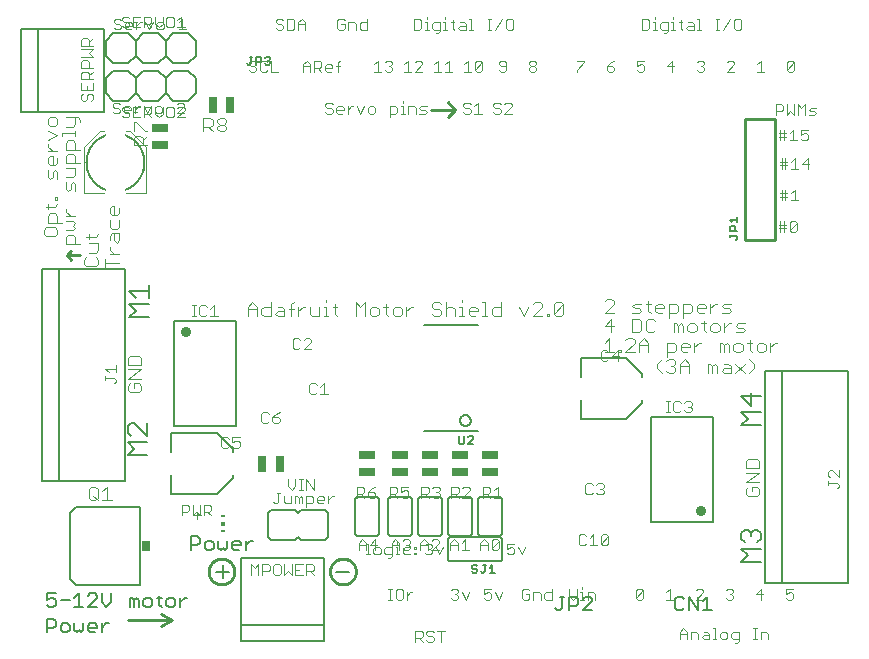
<source format=gbr>
G04 EAGLE Gerber RS-274X export*
G75*
%MOMM*%
%FSLAX34Y34*%
%LPD*%
%INSilkscreen Top*%
%IPPOS*%
%AMOC8*
5,1,8,0,0,1.08239X$1,22.5*%
G01*
%ADD10C,0.254000*%
%ADD11C,0.076200*%
%ADD12C,0.152400*%
%ADD13C,0.101600*%
%ADD14C,0.127000*%
%ADD15C,0.203200*%
%ADD16C,0.884400*%
%ADD17R,1.400000X0.650000*%
%ADD18C,0.010159*%
%ADD19R,0.300000X0.150000*%
%ADD20R,0.300000X0.300000*%
%ADD21R,0.650000X1.400000*%
%ADD22R,0.762000X0.863600*%


D10*
X331470Y453390D02*
X351790Y453390D01*
X345440Y447040D01*
X351790Y453390D02*
X345440Y459740D01*
X111760Y21590D02*
X74930Y21590D01*
X102870Y26670D02*
X111760Y21590D01*
X102870Y16510D01*
X34290Y330200D02*
X22860Y330200D01*
X26670Y334010D01*
X22860Y330200D02*
X26670Y326390D01*
X142746Y62230D02*
X142749Y62498D01*
X142759Y62766D01*
X142776Y63034D01*
X142799Y63301D01*
X142828Y63567D01*
X142864Y63833D01*
X142907Y64098D01*
X142956Y64361D01*
X143011Y64623D01*
X143073Y64884D01*
X143142Y65144D01*
X143216Y65401D01*
X143297Y65657D01*
X143385Y65910D01*
X143478Y66161D01*
X143578Y66410D01*
X143683Y66657D01*
X143795Y66901D01*
X143912Y67142D01*
X144036Y67380D01*
X144165Y67614D01*
X144300Y67846D01*
X144441Y68074D01*
X144587Y68299D01*
X144739Y68520D01*
X144896Y68737D01*
X145058Y68951D01*
X145226Y69160D01*
X145398Y69365D01*
X145576Y69566D01*
X145758Y69763D01*
X145946Y69954D01*
X146137Y70142D01*
X146334Y70324D01*
X146535Y70502D01*
X146740Y70674D01*
X146949Y70842D01*
X147163Y71004D01*
X147380Y71161D01*
X147601Y71313D01*
X147826Y71459D01*
X148054Y71600D01*
X148286Y71735D01*
X148520Y71864D01*
X148758Y71988D01*
X148999Y72105D01*
X149243Y72217D01*
X149490Y72322D01*
X149739Y72422D01*
X149990Y72515D01*
X150243Y72603D01*
X150499Y72684D01*
X150756Y72758D01*
X151016Y72827D01*
X151277Y72889D01*
X151539Y72944D01*
X151802Y72993D01*
X152067Y73036D01*
X152333Y73072D01*
X152599Y73101D01*
X152866Y73124D01*
X153134Y73141D01*
X153402Y73151D01*
X153670Y73154D01*
X153938Y73151D01*
X154206Y73141D01*
X154474Y73124D01*
X154741Y73101D01*
X155007Y73072D01*
X155273Y73036D01*
X155538Y72993D01*
X155801Y72944D01*
X156063Y72889D01*
X156324Y72827D01*
X156584Y72758D01*
X156841Y72684D01*
X157097Y72603D01*
X157350Y72515D01*
X157601Y72422D01*
X157850Y72322D01*
X158097Y72217D01*
X158341Y72105D01*
X158582Y71988D01*
X158820Y71864D01*
X159054Y71735D01*
X159286Y71600D01*
X159514Y71459D01*
X159739Y71313D01*
X159960Y71161D01*
X160177Y71004D01*
X160391Y70842D01*
X160600Y70674D01*
X160805Y70502D01*
X161006Y70324D01*
X161203Y70142D01*
X161394Y69954D01*
X161582Y69763D01*
X161764Y69566D01*
X161942Y69365D01*
X162114Y69160D01*
X162282Y68951D01*
X162444Y68737D01*
X162601Y68520D01*
X162753Y68299D01*
X162899Y68074D01*
X163040Y67846D01*
X163175Y67614D01*
X163304Y67380D01*
X163428Y67142D01*
X163545Y66901D01*
X163657Y66657D01*
X163762Y66410D01*
X163862Y66161D01*
X163955Y65910D01*
X164043Y65657D01*
X164124Y65401D01*
X164198Y65144D01*
X164267Y64884D01*
X164329Y64623D01*
X164384Y64361D01*
X164433Y64098D01*
X164476Y63833D01*
X164512Y63567D01*
X164541Y63301D01*
X164564Y63034D01*
X164581Y62766D01*
X164591Y62498D01*
X164594Y62230D01*
X164591Y61962D01*
X164581Y61694D01*
X164564Y61426D01*
X164541Y61159D01*
X164512Y60893D01*
X164476Y60627D01*
X164433Y60362D01*
X164384Y60099D01*
X164329Y59837D01*
X164267Y59576D01*
X164198Y59316D01*
X164124Y59059D01*
X164043Y58803D01*
X163955Y58550D01*
X163862Y58299D01*
X163762Y58050D01*
X163657Y57803D01*
X163545Y57559D01*
X163428Y57318D01*
X163304Y57080D01*
X163175Y56846D01*
X163040Y56614D01*
X162899Y56386D01*
X162753Y56161D01*
X162601Y55940D01*
X162444Y55723D01*
X162282Y55509D01*
X162114Y55300D01*
X161942Y55095D01*
X161764Y54894D01*
X161582Y54697D01*
X161394Y54506D01*
X161203Y54318D01*
X161006Y54136D01*
X160805Y53958D01*
X160600Y53786D01*
X160391Y53618D01*
X160177Y53456D01*
X159960Y53299D01*
X159739Y53147D01*
X159514Y53001D01*
X159286Y52860D01*
X159054Y52725D01*
X158820Y52596D01*
X158582Y52472D01*
X158341Y52355D01*
X158097Y52243D01*
X157850Y52138D01*
X157601Y52038D01*
X157350Y51945D01*
X157097Y51857D01*
X156841Y51776D01*
X156584Y51702D01*
X156324Y51633D01*
X156063Y51571D01*
X155801Y51516D01*
X155538Y51467D01*
X155273Y51424D01*
X155007Y51388D01*
X154741Y51359D01*
X154474Y51336D01*
X154206Y51319D01*
X153938Y51309D01*
X153670Y51306D01*
X153402Y51309D01*
X153134Y51319D01*
X152866Y51336D01*
X152599Y51359D01*
X152333Y51388D01*
X152067Y51424D01*
X151802Y51467D01*
X151539Y51516D01*
X151277Y51571D01*
X151016Y51633D01*
X150756Y51702D01*
X150499Y51776D01*
X150243Y51857D01*
X149990Y51945D01*
X149739Y52038D01*
X149490Y52138D01*
X149243Y52243D01*
X148999Y52355D01*
X148758Y52472D01*
X148520Y52596D01*
X148286Y52725D01*
X148054Y52860D01*
X147826Y53001D01*
X147601Y53147D01*
X147380Y53299D01*
X147163Y53456D01*
X146949Y53618D01*
X146740Y53786D01*
X146535Y53958D01*
X146334Y54136D01*
X146137Y54318D01*
X145946Y54506D01*
X145758Y54697D01*
X145576Y54894D01*
X145398Y55095D01*
X145226Y55300D01*
X145058Y55509D01*
X144896Y55723D01*
X144739Y55940D01*
X144587Y56161D01*
X144441Y56386D01*
X144300Y56614D01*
X144165Y56846D01*
X144036Y57080D01*
X143912Y57318D01*
X143795Y57559D01*
X143683Y57803D01*
X143578Y58050D01*
X143478Y58299D01*
X143385Y58550D01*
X143297Y58803D01*
X143216Y59059D01*
X143142Y59316D01*
X143073Y59576D01*
X143011Y59837D01*
X142956Y60099D01*
X142907Y60362D01*
X142864Y60627D01*
X142828Y60893D01*
X142799Y61159D01*
X142776Y61426D01*
X142759Y61694D01*
X142749Y61962D01*
X142746Y62230D01*
X245616Y62230D02*
X245619Y62498D01*
X245629Y62766D01*
X245646Y63034D01*
X245669Y63301D01*
X245698Y63567D01*
X245734Y63833D01*
X245777Y64098D01*
X245826Y64361D01*
X245881Y64623D01*
X245943Y64884D01*
X246012Y65144D01*
X246086Y65401D01*
X246167Y65657D01*
X246255Y65910D01*
X246348Y66161D01*
X246448Y66410D01*
X246553Y66657D01*
X246665Y66901D01*
X246782Y67142D01*
X246906Y67380D01*
X247035Y67614D01*
X247170Y67846D01*
X247311Y68074D01*
X247457Y68299D01*
X247609Y68520D01*
X247766Y68737D01*
X247928Y68951D01*
X248096Y69160D01*
X248268Y69365D01*
X248446Y69566D01*
X248628Y69763D01*
X248816Y69954D01*
X249007Y70142D01*
X249204Y70324D01*
X249405Y70502D01*
X249610Y70674D01*
X249819Y70842D01*
X250033Y71004D01*
X250250Y71161D01*
X250471Y71313D01*
X250696Y71459D01*
X250924Y71600D01*
X251156Y71735D01*
X251390Y71864D01*
X251628Y71988D01*
X251869Y72105D01*
X252113Y72217D01*
X252360Y72322D01*
X252609Y72422D01*
X252860Y72515D01*
X253113Y72603D01*
X253369Y72684D01*
X253626Y72758D01*
X253886Y72827D01*
X254147Y72889D01*
X254409Y72944D01*
X254672Y72993D01*
X254937Y73036D01*
X255203Y73072D01*
X255469Y73101D01*
X255736Y73124D01*
X256004Y73141D01*
X256272Y73151D01*
X256540Y73154D01*
X256808Y73151D01*
X257076Y73141D01*
X257344Y73124D01*
X257611Y73101D01*
X257877Y73072D01*
X258143Y73036D01*
X258408Y72993D01*
X258671Y72944D01*
X258933Y72889D01*
X259194Y72827D01*
X259454Y72758D01*
X259711Y72684D01*
X259967Y72603D01*
X260220Y72515D01*
X260471Y72422D01*
X260720Y72322D01*
X260967Y72217D01*
X261211Y72105D01*
X261452Y71988D01*
X261690Y71864D01*
X261924Y71735D01*
X262156Y71600D01*
X262384Y71459D01*
X262609Y71313D01*
X262830Y71161D01*
X263047Y71004D01*
X263261Y70842D01*
X263470Y70674D01*
X263675Y70502D01*
X263876Y70324D01*
X264073Y70142D01*
X264264Y69954D01*
X264452Y69763D01*
X264634Y69566D01*
X264812Y69365D01*
X264984Y69160D01*
X265152Y68951D01*
X265314Y68737D01*
X265471Y68520D01*
X265623Y68299D01*
X265769Y68074D01*
X265910Y67846D01*
X266045Y67614D01*
X266174Y67380D01*
X266298Y67142D01*
X266415Y66901D01*
X266527Y66657D01*
X266632Y66410D01*
X266732Y66161D01*
X266825Y65910D01*
X266913Y65657D01*
X266994Y65401D01*
X267068Y65144D01*
X267137Y64884D01*
X267199Y64623D01*
X267254Y64361D01*
X267303Y64098D01*
X267346Y63833D01*
X267382Y63567D01*
X267411Y63301D01*
X267434Y63034D01*
X267451Y62766D01*
X267461Y62498D01*
X267464Y62230D01*
X267461Y61962D01*
X267451Y61694D01*
X267434Y61426D01*
X267411Y61159D01*
X267382Y60893D01*
X267346Y60627D01*
X267303Y60362D01*
X267254Y60099D01*
X267199Y59837D01*
X267137Y59576D01*
X267068Y59316D01*
X266994Y59059D01*
X266913Y58803D01*
X266825Y58550D01*
X266732Y58299D01*
X266632Y58050D01*
X266527Y57803D01*
X266415Y57559D01*
X266298Y57318D01*
X266174Y57080D01*
X266045Y56846D01*
X265910Y56614D01*
X265769Y56386D01*
X265623Y56161D01*
X265471Y55940D01*
X265314Y55723D01*
X265152Y55509D01*
X264984Y55300D01*
X264812Y55095D01*
X264634Y54894D01*
X264452Y54697D01*
X264264Y54506D01*
X264073Y54318D01*
X263876Y54136D01*
X263675Y53958D01*
X263470Y53786D01*
X263261Y53618D01*
X263047Y53456D01*
X262830Y53299D01*
X262609Y53147D01*
X262384Y53001D01*
X262156Y52860D01*
X261924Y52725D01*
X261690Y52596D01*
X261452Y52472D01*
X261211Y52355D01*
X260967Y52243D01*
X260720Y52138D01*
X260471Y52038D01*
X260220Y51945D01*
X259967Y51857D01*
X259711Y51776D01*
X259454Y51702D01*
X259194Y51633D01*
X258933Y51571D01*
X258671Y51516D01*
X258408Y51467D01*
X258143Y51424D01*
X257877Y51388D01*
X257611Y51359D01*
X257344Y51336D01*
X257076Y51319D01*
X256808Y51309D01*
X256540Y51306D01*
X256272Y51309D01*
X256004Y51319D01*
X255736Y51336D01*
X255469Y51359D01*
X255203Y51388D01*
X254937Y51424D01*
X254672Y51467D01*
X254409Y51516D01*
X254147Y51571D01*
X253886Y51633D01*
X253626Y51702D01*
X253369Y51776D01*
X253113Y51857D01*
X252860Y51945D01*
X252609Y52038D01*
X252360Y52138D01*
X252113Y52243D01*
X251869Y52355D01*
X251628Y52472D01*
X251390Y52596D01*
X251156Y52725D01*
X250924Y52860D01*
X250696Y53001D01*
X250471Y53147D01*
X250250Y53299D01*
X250033Y53456D01*
X249819Y53618D01*
X249610Y53786D01*
X249405Y53958D01*
X249204Y54136D01*
X249007Y54318D01*
X248816Y54506D01*
X248628Y54697D01*
X248446Y54894D01*
X248268Y55095D01*
X248096Y55300D01*
X247928Y55509D01*
X247766Y55723D01*
X247609Y55940D01*
X247457Y56161D01*
X247311Y56386D01*
X247170Y56614D01*
X247035Y56846D01*
X246906Y57080D01*
X246782Y57318D01*
X246665Y57559D01*
X246553Y57803D01*
X246448Y58050D01*
X246348Y58299D01*
X246255Y58550D01*
X246167Y58803D01*
X246086Y59059D01*
X246012Y59316D01*
X245943Y59576D01*
X245881Y59837D01*
X245826Y60099D01*
X245777Y60362D01*
X245734Y60627D01*
X245698Y60893D01*
X245669Y61159D01*
X245646Y61426D01*
X245629Y61694D01*
X245619Y61962D01*
X245616Y62230D01*
D11*
X390192Y457799D02*
X388624Y459367D01*
X385489Y459367D01*
X383921Y457799D01*
X383921Y456232D01*
X385489Y454664D01*
X388624Y454664D01*
X390192Y453096D01*
X390192Y451529D01*
X388624Y449961D01*
X385489Y449961D01*
X383921Y451529D01*
X393276Y449961D02*
X399547Y449961D01*
X393276Y449961D02*
X399547Y456232D01*
X399547Y457799D01*
X397979Y459367D01*
X394844Y459367D01*
X393276Y457799D01*
X364792Y457799D02*
X363224Y459367D01*
X360089Y459367D01*
X358521Y457799D01*
X358521Y456232D01*
X360089Y454664D01*
X363224Y454664D01*
X364792Y453096D01*
X364792Y451529D01*
X363224Y449961D01*
X360089Y449961D01*
X358521Y451529D01*
X367876Y456232D02*
X371012Y459367D01*
X371012Y449961D01*
X374147Y449961D02*
X367876Y449961D01*
X247952Y457799D02*
X246384Y459367D01*
X243249Y459367D01*
X241681Y457799D01*
X241681Y456232D01*
X243249Y454664D01*
X246384Y454664D01*
X247952Y453096D01*
X247952Y451529D01*
X246384Y449961D01*
X243249Y449961D01*
X241681Y451529D01*
X252604Y449961D02*
X255739Y449961D01*
X252604Y449961D02*
X251036Y451529D01*
X251036Y454664D01*
X252604Y456232D01*
X255739Y456232D01*
X257307Y454664D01*
X257307Y453096D01*
X251036Y453096D01*
X260391Y449961D02*
X260391Y456232D01*
X260391Y453096D02*
X263527Y456232D01*
X265094Y456232D01*
X268187Y456232D02*
X271323Y449961D01*
X274458Y456232D01*
X279110Y449961D02*
X282246Y449961D01*
X283813Y451529D01*
X283813Y454664D01*
X282246Y456232D01*
X279110Y456232D01*
X277543Y454664D01*
X277543Y451529D01*
X279110Y449961D01*
X296253Y446826D02*
X296253Y456232D01*
X300956Y456232D01*
X302524Y454664D01*
X302524Y451529D01*
X300956Y449961D01*
X296253Y449961D01*
X305608Y456232D02*
X307176Y456232D01*
X307176Y449961D01*
X308743Y449961D02*
X305608Y449961D01*
X307176Y459367D02*
X307176Y460935D01*
X311845Y456232D02*
X311845Y449961D01*
X311845Y456232D02*
X316548Y456232D01*
X318116Y454664D01*
X318116Y449961D01*
X321200Y449961D02*
X325903Y449961D01*
X327471Y451529D01*
X325903Y453096D01*
X322768Y453096D01*
X321200Y454664D01*
X322768Y456232D01*
X327471Y456232D01*
D12*
X91948Y277622D02*
X75678Y277622D01*
X81101Y283045D01*
X75678Y288469D01*
X91948Y288469D01*
X81101Y293994D02*
X75678Y299417D01*
X91948Y299417D01*
X91948Y293994D02*
X91948Y304840D01*
X90678Y160782D02*
X74408Y160782D01*
X79831Y166205D01*
X74408Y171629D01*
X90678Y171629D01*
X90678Y177154D02*
X90678Y188000D01*
X90678Y177154D02*
X79831Y188000D01*
X77120Y188000D01*
X74408Y185289D01*
X74408Y179865D01*
X77120Y177154D01*
D13*
X74158Y219715D02*
X76107Y221664D01*
X74158Y219715D02*
X74158Y215817D01*
X76107Y213868D01*
X83903Y213868D01*
X85852Y215817D01*
X85852Y219715D01*
X83903Y221664D01*
X80005Y221664D01*
X80005Y217766D01*
X85852Y225562D02*
X74158Y225562D01*
X85852Y233358D01*
X74158Y233358D01*
X74158Y237256D02*
X85852Y237256D01*
X85852Y243103D01*
X83903Y245052D01*
X76107Y245052D01*
X74158Y243103D01*
X74158Y237256D01*
D12*
X593838Y186182D02*
X610108Y186182D01*
X599261Y191605D02*
X593838Y186182D01*
X599261Y191605D02*
X593838Y197029D01*
X610108Y197029D01*
X610108Y210689D02*
X593838Y210689D01*
X601973Y202554D01*
X601973Y213400D01*
X610108Y70612D02*
X593838Y70612D01*
X599261Y76035D01*
X593838Y81459D01*
X610108Y81459D01*
X596550Y86984D02*
X593838Y89695D01*
X593838Y95119D01*
X596550Y97830D01*
X599261Y97830D01*
X601973Y95119D01*
X601973Y92407D01*
X601973Y95119D02*
X604685Y97830D01*
X607396Y97830D01*
X610108Y95119D01*
X610108Y89695D01*
X607396Y86984D01*
D13*
X597398Y132085D02*
X599347Y134034D01*
X597398Y132085D02*
X597398Y128187D01*
X599347Y126238D01*
X607143Y126238D01*
X609092Y128187D01*
X609092Y132085D01*
X607143Y134034D01*
X603245Y134034D01*
X603245Y130136D01*
X609092Y137932D02*
X597398Y137932D01*
X609092Y145728D01*
X597398Y145728D01*
X597398Y149626D02*
X609092Y149626D01*
X609092Y155473D01*
X607143Y157422D01*
X599347Y157422D01*
X597398Y155473D01*
X597398Y149626D01*
X175768Y278638D02*
X175768Y286434D01*
X179666Y290332D01*
X183564Y286434D01*
X183564Y278638D01*
X183564Y284485D02*
X175768Y284485D01*
X195258Y290332D02*
X195258Y278638D01*
X189411Y278638D01*
X187462Y280587D01*
X187462Y284485D01*
X189411Y286434D01*
X195258Y286434D01*
X201105Y286434D02*
X205003Y286434D01*
X206952Y284485D01*
X206952Y278638D01*
X201105Y278638D01*
X199156Y280587D01*
X201105Y282536D01*
X206952Y282536D01*
X212799Y278638D02*
X212799Y288383D01*
X214748Y290332D01*
X214748Y284485D02*
X210850Y284485D01*
X218646Y286434D02*
X218646Y278638D01*
X218646Y282536D02*
X222544Y286434D01*
X224493Y286434D01*
X228391Y286434D02*
X228391Y280587D01*
X230340Y278638D01*
X236187Y278638D01*
X236187Y286434D01*
X240085Y286434D02*
X242034Y286434D01*
X242034Y278638D01*
X240085Y278638D02*
X243983Y278638D01*
X242034Y290332D02*
X242034Y292281D01*
X249830Y288383D02*
X249830Y280587D01*
X251779Y278638D01*
X251779Y286434D02*
X247881Y286434D01*
X267371Y290332D02*
X267371Y278638D01*
X271269Y286434D02*
X267371Y290332D01*
X271269Y286434D02*
X275167Y290332D01*
X275167Y278638D01*
X281014Y278638D02*
X284912Y278638D01*
X286861Y280587D01*
X286861Y284485D01*
X284912Y286434D01*
X281014Y286434D01*
X279065Y284485D01*
X279065Y280587D01*
X281014Y278638D01*
X292708Y280587D02*
X292708Y288383D01*
X292708Y280587D02*
X294657Y278638D01*
X294657Y286434D02*
X290759Y286434D01*
X300504Y278638D02*
X304402Y278638D01*
X306351Y280587D01*
X306351Y284485D01*
X304402Y286434D01*
X300504Y286434D01*
X298555Y284485D01*
X298555Y280587D01*
X300504Y278638D01*
X310249Y278638D02*
X310249Y286434D01*
X310249Y282536D02*
X314147Y286434D01*
X316096Y286434D01*
X337535Y290332D02*
X339484Y288383D01*
X337535Y290332D02*
X333637Y290332D01*
X331688Y288383D01*
X331688Y286434D01*
X333637Y284485D01*
X337535Y284485D01*
X339484Y282536D01*
X339484Y280587D01*
X337535Y278638D01*
X333637Y278638D01*
X331688Y280587D01*
X343382Y278638D02*
X343382Y290332D01*
X345330Y286434D02*
X343382Y284485D01*
X345330Y286434D02*
X349228Y286434D01*
X351177Y284485D01*
X351177Y278638D01*
X355075Y286434D02*
X357024Y286434D01*
X357024Y278638D01*
X355075Y278638D02*
X358973Y278638D01*
X357024Y290332D02*
X357024Y292281D01*
X364820Y278638D02*
X368718Y278638D01*
X364820Y278638D02*
X362871Y280587D01*
X362871Y284485D01*
X364820Y286434D01*
X368718Y286434D01*
X370667Y284485D01*
X370667Y282536D01*
X362871Y282536D01*
X374565Y290332D02*
X376514Y290332D01*
X376514Y278638D01*
X374565Y278638D02*
X378463Y278638D01*
X390157Y278638D02*
X390157Y290332D01*
X390157Y278638D02*
X384310Y278638D01*
X382361Y280587D01*
X382361Y284485D01*
X384310Y286434D01*
X390157Y286434D01*
X405749Y286434D02*
X409647Y278638D01*
X413545Y286434D01*
X417443Y278638D02*
X425239Y278638D01*
X417443Y278638D02*
X425239Y286434D01*
X425239Y288383D01*
X423290Y290332D01*
X419392Y290332D01*
X417443Y288383D01*
X429137Y280587D02*
X429137Y278638D01*
X429137Y280587D02*
X431086Y280587D01*
X431086Y278638D01*
X429137Y278638D01*
X434984Y280587D02*
X434984Y288383D01*
X436933Y290332D01*
X440831Y290332D01*
X442780Y288383D01*
X442780Y280587D01*
X440831Y278638D01*
X436933Y278638D01*
X434984Y280587D01*
X442780Y288383D01*
X478028Y255954D02*
X481926Y259852D01*
X481926Y248158D01*
X478028Y248158D02*
X485824Y248158D01*
X489722Y248158D02*
X489722Y250107D01*
X491671Y250107D01*
X491671Y248158D01*
X489722Y248158D01*
X495569Y248158D02*
X503365Y248158D01*
X495569Y248158D02*
X503365Y255954D01*
X503365Y257903D01*
X501416Y259852D01*
X497518Y259852D01*
X495569Y257903D01*
X507263Y255954D02*
X507263Y248158D01*
X507263Y255954D02*
X511161Y259852D01*
X515059Y255954D01*
X515059Y248158D01*
X515059Y254005D02*
X507263Y254005D01*
X530651Y255954D02*
X530651Y244260D01*
X530651Y255954D02*
X536498Y255954D01*
X538447Y254005D01*
X538447Y250107D01*
X536498Y248158D01*
X530651Y248158D01*
X544294Y248158D02*
X548192Y248158D01*
X544294Y248158D02*
X542345Y250107D01*
X542345Y254005D01*
X544294Y255954D01*
X548192Y255954D01*
X550141Y254005D01*
X550141Y252056D01*
X542345Y252056D01*
X554039Y248158D02*
X554039Y255954D01*
X554039Y252056D02*
X557937Y255954D01*
X559886Y255954D01*
X575478Y255954D02*
X575478Y248158D01*
X575478Y255954D02*
X577427Y255954D01*
X579376Y254005D01*
X579376Y248158D01*
X579376Y254005D02*
X581325Y255954D01*
X583274Y254005D01*
X583274Y248158D01*
X589121Y248158D02*
X593019Y248158D01*
X594968Y250107D01*
X594968Y254005D01*
X593019Y255954D01*
X589121Y255954D01*
X587172Y254005D01*
X587172Y250107D01*
X589121Y248158D01*
X600815Y250107D02*
X600815Y257903D01*
X600815Y250107D02*
X602764Y248158D01*
X602764Y255954D02*
X598866Y255954D01*
X608611Y248158D02*
X612509Y248158D01*
X614458Y250107D01*
X614458Y254005D01*
X612509Y255954D01*
X608611Y255954D01*
X606662Y254005D01*
X606662Y250107D01*
X608611Y248158D01*
X618356Y248158D02*
X618356Y255954D01*
X618356Y252056D02*
X622254Y255954D01*
X624203Y255954D01*
X526376Y230378D02*
X522478Y234276D01*
X522478Y238174D01*
X526376Y242072D01*
X530274Y240123D02*
X532223Y242072D01*
X536121Y242072D01*
X538070Y240123D01*
X538070Y238174D01*
X536121Y236225D01*
X534172Y236225D01*
X536121Y236225D02*
X538070Y234276D01*
X538070Y232327D01*
X536121Y230378D01*
X532223Y230378D01*
X530274Y232327D01*
X541968Y230378D02*
X541968Y238174D01*
X545866Y242072D01*
X549764Y238174D01*
X549764Y230378D01*
X549764Y236225D02*
X541968Y236225D01*
X565356Y238174D02*
X565356Y230378D01*
X565356Y238174D02*
X567305Y238174D01*
X569254Y236225D01*
X569254Y230378D01*
X569254Y236225D02*
X571203Y238174D01*
X573152Y236225D01*
X573152Y230378D01*
X578999Y238174D02*
X582897Y238174D01*
X584846Y236225D01*
X584846Y230378D01*
X578999Y230378D01*
X577050Y232327D01*
X578999Y234276D01*
X584846Y234276D01*
X588744Y238174D02*
X596540Y230378D01*
X588744Y230378D02*
X596540Y238174D01*
X600438Y230378D02*
X604336Y234276D01*
X604336Y238174D01*
X600438Y242072D01*
D14*
X13342Y43825D02*
X5715Y43825D01*
X5715Y38105D01*
X9528Y40012D01*
X11435Y40012D01*
X13342Y38105D01*
X13342Y34292D01*
X11435Y32385D01*
X7622Y32385D01*
X5715Y34292D01*
X17409Y38105D02*
X25035Y38105D01*
X29103Y40012D02*
X32916Y43825D01*
X32916Y32385D01*
X29103Y32385D02*
X36729Y32385D01*
X40797Y32385D02*
X48423Y32385D01*
X40797Y32385D02*
X48423Y40012D01*
X48423Y41918D01*
X46517Y43825D01*
X42704Y43825D01*
X40797Y41918D01*
X52491Y43825D02*
X52491Y36198D01*
X56304Y32385D01*
X60117Y36198D01*
X60117Y43825D01*
X75879Y40012D02*
X75879Y32385D01*
X75879Y40012D02*
X77785Y40012D01*
X79692Y38105D01*
X79692Y32385D01*
X79692Y38105D02*
X81599Y40012D01*
X83505Y38105D01*
X83505Y32385D01*
X89479Y32385D02*
X93293Y32385D01*
X95199Y34292D01*
X95199Y38105D01*
X93293Y40012D01*
X89479Y40012D01*
X87573Y38105D01*
X87573Y34292D01*
X89479Y32385D01*
X101173Y34292D02*
X101173Y41918D01*
X101173Y34292D02*
X103080Y32385D01*
X103080Y40012D02*
X99267Y40012D01*
X108969Y32385D02*
X112783Y32385D01*
X114689Y34292D01*
X114689Y38105D01*
X112783Y40012D01*
X108969Y40012D01*
X107063Y38105D01*
X107063Y34292D01*
X108969Y32385D01*
X118757Y32385D02*
X118757Y40012D01*
X122570Y40012D02*
X118757Y36198D01*
X122570Y40012D02*
X124477Y40012D01*
X5715Y22235D02*
X5715Y10795D01*
X5715Y22235D02*
X11435Y22235D01*
X13342Y20328D01*
X13342Y16515D01*
X11435Y14608D01*
X5715Y14608D01*
X19316Y10795D02*
X23129Y10795D01*
X25035Y12702D01*
X25035Y16515D01*
X23129Y18422D01*
X19316Y18422D01*
X17409Y16515D01*
X17409Y12702D01*
X19316Y10795D01*
X29103Y12702D02*
X29103Y18422D01*
X29103Y12702D02*
X31010Y10795D01*
X32916Y12702D01*
X34823Y10795D01*
X36729Y12702D01*
X36729Y18422D01*
X42704Y10795D02*
X46517Y10795D01*
X42704Y10795D02*
X40797Y12702D01*
X40797Y16515D01*
X42704Y18422D01*
X46517Y18422D01*
X48423Y16515D01*
X48423Y14608D01*
X40797Y14608D01*
X52491Y10795D02*
X52491Y18422D01*
X56304Y18422D02*
X52491Y14608D01*
X56304Y18422D02*
X58211Y18422D01*
D13*
X478028Y281178D02*
X485824Y281178D01*
X478028Y281178D02*
X485824Y288974D01*
X485824Y290923D01*
X483875Y292872D01*
X479977Y292872D01*
X478028Y290923D01*
X501416Y281178D02*
X507263Y281178D01*
X509212Y283127D01*
X507263Y285076D01*
X503365Y285076D01*
X501416Y287025D01*
X503365Y288974D01*
X509212Y288974D01*
X515059Y290923D02*
X515059Y283127D01*
X517008Y281178D01*
X517008Y288974D02*
X513110Y288974D01*
X522855Y281178D02*
X526753Y281178D01*
X522855Y281178D02*
X520906Y283127D01*
X520906Y287025D01*
X522855Y288974D01*
X526753Y288974D01*
X528702Y287025D01*
X528702Y285076D01*
X520906Y285076D01*
X532600Y288974D02*
X532600Y277280D01*
X532600Y288974D02*
X538447Y288974D01*
X540396Y287025D01*
X540396Y283127D01*
X538447Y281178D01*
X532600Y281178D01*
X544294Y277280D02*
X544294Y288974D01*
X550141Y288974D01*
X552090Y287025D01*
X552090Y283127D01*
X550141Y281178D01*
X544294Y281178D01*
X557937Y281178D02*
X561835Y281178D01*
X557937Y281178D02*
X555988Y283127D01*
X555988Y287025D01*
X557937Y288974D01*
X561835Y288974D01*
X563784Y287025D01*
X563784Y285076D01*
X555988Y285076D01*
X567682Y281178D02*
X567682Y288974D01*
X567682Y285076D02*
X571580Y288974D01*
X573529Y288974D01*
X577427Y281178D02*
X583274Y281178D01*
X585223Y283127D01*
X583274Y285076D01*
X579376Y285076D01*
X577427Y287025D01*
X579376Y288974D01*
X585223Y288974D01*
X483875Y276362D02*
X483875Y264668D01*
X478028Y270515D02*
X483875Y276362D01*
X485824Y270515D02*
X478028Y270515D01*
X501416Y276362D02*
X501416Y264668D01*
X507263Y264668D01*
X509212Y266617D01*
X509212Y274413D01*
X507263Y276362D01*
X501416Y276362D01*
X518957Y276362D02*
X520906Y274413D01*
X518957Y276362D02*
X515059Y276362D01*
X513110Y274413D01*
X513110Y266617D01*
X515059Y264668D01*
X518957Y264668D01*
X520906Y266617D01*
X536498Y264668D02*
X536498Y272464D01*
X538447Y272464D01*
X540396Y270515D01*
X540396Y264668D01*
X540396Y270515D02*
X542345Y272464D01*
X544294Y270515D01*
X544294Y264668D01*
X550141Y264668D02*
X554039Y264668D01*
X555988Y266617D01*
X555988Y270515D01*
X554039Y272464D01*
X550141Y272464D01*
X548192Y270515D01*
X548192Y266617D01*
X550141Y264668D01*
X561835Y266617D02*
X561835Y274413D01*
X561835Y266617D02*
X563784Y264668D01*
X563784Y272464D02*
X559886Y272464D01*
X569631Y264668D02*
X573529Y264668D01*
X575478Y266617D01*
X575478Y270515D01*
X573529Y272464D01*
X569631Y272464D01*
X567682Y270515D01*
X567682Y266617D01*
X569631Y264668D01*
X579376Y264668D02*
X579376Y272464D01*
X579376Y268566D02*
X583274Y272464D01*
X585223Y272464D01*
X589121Y264668D02*
X594968Y264668D01*
X596917Y266617D01*
X594968Y268566D01*
X591070Y268566D01*
X589121Y270515D01*
X591070Y272464D01*
X596917Y272464D01*
D12*
X160199Y62237D02*
X149352Y62237D01*
X154775Y67660D02*
X154775Y56814D01*
X250952Y62237D02*
X261799Y62237D01*
D13*
X3038Y347897D02*
X3038Y351795D01*
X3038Y347897D02*
X4987Y345948D01*
X12783Y345948D01*
X14732Y347897D01*
X14732Y351795D01*
X12783Y353744D01*
X4987Y353744D01*
X3038Y351795D01*
X6936Y357642D02*
X18630Y357642D01*
X6936Y357642D02*
X6936Y363489D01*
X8885Y365438D01*
X12783Y365438D01*
X14732Y363489D01*
X14732Y357642D01*
X12783Y371285D02*
X4987Y371285D01*
X12783Y371285D02*
X14732Y373234D01*
X6936Y373234D02*
X6936Y369336D01*
X12783Y377132D02*
X14732Y377132D01*
X12783Y377132D02*
X12783Y379081D01*
X14732Y379081D01*
X14732Y377132D01*
X14732Y394673D02*
X14732Y400520D01*
X12783Y402469D01*
X10834Y400520D01*
X10834Y396622D01*
X8885Y394673D01*
X6936Y396622D01*
X6936Y402469D01*
X14732Y408316D02*
X14732Y412214D01*
X14732Y408316D02*
X12783Y406367D01*
X8885Y406367D01*
X6936Y408316D01*
X6936Y412214D01*
X8885Y414163D01*
X10834Y414163D01*
X10834Y406367D01*
X14732Y418061D02*
X6936Y418061D01*
X10834Y418061D02*
X6936Y421959D01*
X6936Y423908D01*
X6936Y427806D02*
X14732Y431704D01*
X6936Y435602D01*
X14732Y441449D02*
X14732Y445347D01*
X12783Y447296D01*
X8885Y447296D01*
X6936Y445347D01*
X6936Y441449D01*
X8885Y439500D01*
X12783Y439500D01*
X14732Y441449D01*
X22176Y339598D02*
X33870Y339598D01*
X22176Y339598D02*
X22176Y345445D01*
X24125Y347394D01*
X28023Y347394D01*
X29972Y345445D01*
X29972Y339598D01*
X28023Y351292D02*
X22176Y351292D01*
X28023Y351292D02*
X29972Y353241D01*
X28023Y355190D01*
X29972Y357139D01*
X28023Y359088D01*
X22176Y359088D01*
X22176Y362986D02*
X29972Y362986D01*
X26074Y362986D02*
X22176Y366884D01*
X22176Y368833D01*
X29972Y384425D02*
X29972Y390272D01*
X28023Y392221D01*
X26074Y390272D01*
X26074Y386374D01*
X24125Y384425D01*
X22176Y386374D01*
X22176Y392221D01*
X22176Y396119D02*
X28023Y396119D01*
X29972Y398068D01*
X29972Y403915D01*
X22176Y403915D01*
X22176Y407813D02*
X33870Y407813D01*
X22176Y407813D02*
X22176Y413660D01*
X24125Y415609D01*
X28023Y415609D01*
X29972Y413660D01*
X29972Y407813D01*
X33870Y419507D02*
X22176Y419507D01*
X22176Y425354D01*
X24125Y427303D01*
X28023Y427303D01*
X29972Y425354D01*
X29972Y419507D01*
X18278Y431201D02*
X18278Y433150D01*
X29972Y433150D01*
X29972Y431201D02*
X29972Y435099D01*
X28023Y438997D02*
X22176Y438997D01*
X28023Y438997D02*
X29972Y440946D01*
X29972Y446793D01*
X31921Y446793D02*
X22176Y446793D01*
X31921Y446793D02*
X33870Y444844D01*
X33870Y442895D01*
X39277Y328344D02*
X37328Y326395D01*
X37328Y322497D01*
X39277Y320548D01*
X47073Y320548D01*
X49022Y322497D01*
X49022Y326395D01*
X47073Y328344D01*
X47073Y332242D02*
X41226Y332242D01*
X47073Y332242D02*
X49022Y334191D01*
X49022Y340038D01*
X41226Y340038D01*
X39277Y345885D02*
X47073Y345885D01*
X49022Y347834D01*
X41226Y347834D02*
X41226Y343936D01*
X55108Y323176D02*
X66802Y323176D01*
X55108Y319278D02*
X55108Y327074D01*
X59006Y330972D02*
X66802Y330972D01*
X62904Y330972D02*
X59006Y334870D01*
X59006Y336819D01*
X59006Y342666D02*
X59006Y346564D01*
X60955Y348513D01*
X66802Y348513D01*
X66802Y342666D01*
X64853Y340717D01*
X62904Y342666D01*
X62904Y348513D01*
X59006Y354360D02*
X59006Y360207D01*
X59006Y354360D02*
X60955Y352411D01*
X64853Y352411D01*
X66802Y354360D01*
X66802Y360207D01*
X66802Y366054D02*
X66802Y369952D01*
X66802Y366054D02*
X64853Y364105D01*
X60955Y364105D01*
X59006Y366054D01*
X59006Y369952D01*
X60955Y371901D01*
X62904Y371901D01*
X62904Y364105D01*
X210058Y140470D02*
X210058Y134369D01*
X213109Y131318D01*
X216159Y134369D01*
X216159Y140470D01*
X219413Y131318D02*
X222464Y131318D01*
X220938Y131318D02*
X220938Y140470D01*
X219413Y140470D02*
X222464Y140470D01*
X225650Y140470D02*
X225650Y131318D01*
X231751Y131318D02*
X225650Y140470D01*
X231751Y140470D02*
X231751Y131318D01*
X198883Y119888D02*
X197358Y121413D01*
X198883Y119888D02*
X200409Y119888D01*
X201934Y121413D01*
X201934Y129040D01*
X200409Y129040D02*
X203459Y129040D01*
X206713Y125989D02*
X206713Y121413D01*
X208238Y119888D01*
X212814Y119888D01*
X212814Y125989D01*
X216068Y125989D02*
X216068Y119888D01*
X216068Y125989D02*
X217594Y125989D01*
X219119Y124464D01*
X219119Y119888D01*
X219119Y124464D02*
X220644Y125989D01*
X222170Y124464D01*
X222170Y119888D01*
X225424Y116837D02*
X225424Y125989D01*
X229999Y125989D01*
X231525Y124464D01*
X231525Y121413D01*
X229999Y119888D01*
X225424Y119888D01*
X236304Y119888D02*
X239355Y119888D01*
X236304Y119888D02*
X234779Y121413D01*
X234779Y124464D01*
X236304Y125989D01*
X239355Y125989D01*
X240880Y124464D01*
X240880Y122939D01*
X234779Y122939D01*
X244134Y119888D02*
X244134Y125989D01*
X244134Y122939D02*
X247185Y125989D01*
X248710Y125989D01*
D10*
X596900Y342900D02*
X596900Y445770D01*
X596900Y342900D02*
X622300Y342900D01*
X622300Y445770D01*
X596900Y445770D01*
D13*
X626873Y436380D02*
X626873Y427228D01*
X629924Y427228D02*
X629924Y436380D01*
X629924Y433329D02*
X625348Y433329D01*
X629924Y433329D02*
X631449Y433329D01*
X631449Y430279D02*
X625348Y430279D01*
X634703Y433329D02*
X637754Y436380D01*
X637754Y427228D01*
X640804Y427228D02*
X634703Y427228D01*
X644058Y436380D02*
X650160Y436380D01*
X644058Y436380D02*
X644058Y431804D01*
X647109Y433329D01*
X648634Y433329D01*
X650160Y431804D01*
X650160Y428753D01*
X648634Y427228D01*
X645584Y427228D01*
X644058Y428753D01*
X628143Y412250D02*
X628143Y403098D01*
X631194Y403098D02*
X631194Y412250D01*
X631194Y409199D02*
X626618Y409199D01*
X631194Y409199D02*
X632719Y409199D01*
X632719Y406149D02*
X626618Y406149D01*
X635973Y409199D02*
X639024Y412250D01*
X639024Y403098D01*
X642074Y403098D02*
X635973Y403098D01*
X649904Y403098D02*
X649904Y412250D01*
X645328Y407674D01*
X651430Y407674D01*
X628143Y385580D02*
X628143Y376428D01*
X631194Y376428D02*
X631194Y385580D01*
X631194Y382529D02*
X626618Y382529D01*
X631194Y382529D02*
X632719Y382529D01*
X632719Y379479D02*
X626618Y379479D01*
X635973Y382529D02*
X639024Y385580D01*
X639024Y376428D01*
X642074Y376428D02*
X635973Y376428D01*
X626873Y358910D02*
X626873Y349758D01*
X629924Y349758D02*
X629924Y358910D01*
X629924Y355859D02*
X625348Y355859D01*
X629924Y355859D02*
X631449Y355859D01*
X631449Y352809D02*
X625348Y352809D01*
X634703Y351283D02*
X634703Y357385D01*
X636228Y358910D01*
X639279Y358910D01*
X640804Y357385D01*
X640804Y351283D01*
X639279Y349758D01*
X636228Y349758D01*
X634703Y351283D01*
X640804Y357385D01*
X622808Y448818D02*
X622808Y457970D01*
X627384Y457970D01*
X628909Y456445D01*
X628909Y453394D01*
X627384Y451869D01*
X622808Y451869D01*
X632163Y448818D02*
X632163Y457970D01*
X635214Y451869D02*
X632163Y448818D01*
X635214Y451869D02*
X638264Y448818D01*
X638264Y457970D01*
X641518Y457970D02*
X641518Y448818D01*
X644569Y454919D02*
X641518Y457970D01*
X644569Y454919D02*
X647620Y457970D01*
X647620Y448818D01*
X650874Y448818D02*
X655449Y448818D01*
X656975Y450343D01*
X655449Y451869D01*
X652399Y451869D01*
X650874Y453394D01*
X652399Y454919D01*
X656975Y454919D01*
X68839Y528835D02*
X67314Y530360D01*
X64263Y530360D01*
X62738Y528835D01*
X62738Y527309D01*
X64263Y525784D01*
X67314Y525784D01*
X68839Y524259D01*
X68839Y522733D01*
X67314Y521208D01*
X64263Y521208D01*
X62738Y522733D01*
X73618Y521208D02*
X76669Y521208D01*
X73618Y521208D02*
X72093Y522733D01*
X72093Y525784D01*
X73618Y527309D01*
X76669Y527309D01*
X78194Y525784D01*
X78194Y524259D01*
X72093Y524259D01*
X81448Y521208D02*
X81448Y527309D01*
X81448Y524259D02*
X84499Y527309D01*
X86024Y527309D01*
X89244Y527309D02*
X92295Y521208D01*
X95346Y527309D01*
X100125Y521208D02*
X103175Y521208D01*
X104701Y522733D01*
X104701Y525784D01*
X103175Y527309D01*
X100125Y527309D01*
X98600Y525784D01*
X98600Y522733D01*
X100125Y521208D01*
X117310Y527309D02*
X120361Y530360D01*
X120361Y521208D01*
X123411Y521208D02*
X117310Y521208D01*
X66044Y459240D02*
X67569Y457715D01*
X66044Y459240D02*
X62993Y459240D01*
X61468Y457715D01*
X61468Y456189D01*
X62993Y454664D01*
X66044Y454664D01*
X67569Y453139D01*
X67569Y451613D01*
X66044Y450088D01*
X62993Y450088D01*
X61468Y451613D01*
X72348Y450088D02*
X75399Y450088D01*
X72348Y450088D02*
X70823Y451613D01*
X70823Y454664D01*
X72348Y456189D01*
X75399Y456189D01*
X76924Y454664D01*
X76924Y453139D01*
X70823Y453139D01*
X80178Y450088D02*
X80178Y456189D01*
X80178Y453139D02*
X83229Y456189D01*
X84754Y456189D01*
X87974Y456189D02*
X91025Y450088D01*
X94076Y456189D01*
X98855Y450088D02*
X101905Y450088D01*
X103431Y451613D01*
X103431Y454664D01*
X101905Y456189D01*
X98855Y456189D01*
X97330Y454664D01*
X97330Y451613D01*
X98855Y450088D01*
X116040Y450088D02*
X122141Y450088D01*
X116040Y450088D02*
X122141Y456189D01*
X122141Y457715D01*
X120616Y459240D01*
X117565Y459240D01*
X116040Y457715D01*
X327153Y85860D02*
X325628Y84335D01*
X327153Y85860D02*
X330204Y85860D01*
X331729Y84335D01*
X331729Y82809D01*
X330204Y81284D01*
X328679Y81284D01*
X330204Y81284D02*
X331729Y79759D01*
X331729Y78233D01*
X330204Y76708D01*
X327153Y76708D01*
X325628Y78233D01*
X334983Y82809D02*
X338034Y76708D01*
X341084Y82809D01*
X395478Y85860D02*
X401579Y85860D01*
X395478Y85860D02*
X395478Y81284D01*
X398529Y82809D01*
X400054Y82809D01*
X401579Y81284D01*
X401579Y78233D01*
X400054Y76708D01*
X397003Y76708D01*
X395478Y78233D01*
X404833Y82809D02*
X407884Y76708D01*
X410934Y82809D01*
X277623Y85860D02*
X276098Y85860D01*
X277623Y85860D02*
X277623Y76708D01*
X276098Y76708D02*
X279149Y76708D01*
X283860Y76708D02*
X286911Y76708D01*
X288436Y78233D01*
X288436Y81284D01*
X286911Y82809D01*
X283860Y82809D01*
X282335Y81284D01*
X282335Y78233D01*
X283860Y76708D01*
X294741Y73657D02*
X296266Y73657D01*
X297791Y75183D01*
X297791Y82809D01*
X293215Y82809D01*
X291690Y81284D01*
X291690Y78233D01*
X293215Y76708D01*
X297791Y76708D01*
X301045Y82809D02*
X302570Y82809D01*
X302570Y76708D01*
X301045Y76708D02*
X304096Y76708D01*
X302570Y85860D02*
X302570Y87385D01*
X308807Y82809D02*
X313383Y82809D01*
X308807Y82809D02*
X307282Y81284D01*
X307282Y78233D01*
X308807Y76708D01*
X313383Y76708D01*
X316637Y82809D02*
X318162Y82809D01*
X318162Y81284D01*
X316637Y81284D01*
X316637Y82809D01*
X316637Y78233D02*
X318162Y78233D01*
X318162Y76708D01*
X316637Y76708D01*
X316637Y78233D01*
D14*
X127635Y80645D02*
X127635Y92085D01*
X133355Y92085D01*
X135262Y90178D01*
X135262Y86365D01*
X133355Y84458D01*
X127635Y84458D01*
X141236Y80645D02*
X145049Y80645D01*
X146955Y82552D01*
X146955Y86365D01*
X145049Y88272D01*
X141236Y88272D01*
X139329Y86365D01*
X139329Y82552D01*
X141236Y80645D01*
X151023Y82552D02*
X151023Y88272D01*
X151023Y82552D02*
X152930Y80645D01*
X154836Y82552D01*
X156743Y80645D01*
X158649Y82552D01*
X158649Y88272D01*
X164624Y80645D02*
X168437Y80645D01*
X164624Y80645D02*
X162717Y82552D01*
X162717Y86365D01*
X164624Y88272D01*
X168437Y88272D01*
X170343Y86365D01*
X170343Y84458D01*
X162717Y84458D01*
X174411Y80645D02*
X174411Y88272D01*
X178224Y88272D02*
X174411Y84458D01*
X178224Y88272D02*
X180131Y88272D01*
D15*
X113700Y185370D02*
X113700Y274370D01*
X113700Y185370D02*
X165700Y185370D01*
X165700Y274370D01*
X113700Y274370D01*
D16*
X123450Y265370D03*
D11*
X128733Y278511D02*
X131868Y278511D01*
X130300Y278511D02*
X130300Y287917D01*
X128733Y287917D02*
X131868Y287917D01*
X139673Y287917D02*
X141240Y286349D01*
X139673Y287917D02*
X136537Y287917D01*
X134970Y286349D01*
X134970Y280079D01*
X136537Y278511D01*
X139673Y278511D01*
X141240Y280079D01*
X144325Y284782D02*
X147460Y287917D01*
X147460Y278511D01*
X144325Y278511D02*
X150595Y278511D01*
D15*
X569560Y193090D02*
X569560Y104090D01*
X569560Y193090D02*
X517560Y193090D01*
X517560Y104090D01*
X569560Y104090D01*
D16*
X559810Y113090D03*
D11*
X533188Y197231D02*
X530053Y197231D01*
X531620Y197231D02*
X531620Y206637D01*
X530053Y206637D02*
X533188Y206637D01*
X540993Y206637D02*
X542560Y205069D01*
X540993Y206637D02*
X537857Y206637D01*
X536290Y205069D01*
X536290Y198799D01*
X537857Y197231D01*
X540993Y197231D01*
X542560Y198799D01*
X545645Y205069D02*
X547212Y206637D01*
X550348Y206637D01*
X551915Y205069D01*
X551915Y203502D01*
X550348Y201934D01*
X548780Y201934D01*
X550348Y201934D02*
X551915Y200366D01*
X551915Y198799D01*
X550348Y197231D01*
X547212Y197231D01*
X545645Y198799D01*
D14*
X72100Y318600D02*
X15700Y318600D01*
X2100Y318600D01*
X2100Y138600D01*
X15700Y138600D01*
X72100Y138600D01*
X72100Y318600D01*
X15700Y318600D02*
X15700Y138600D01*
D11*
X62891Y221521D02*
X64459Y223089D01*
X64459Y224656D01*
X62891Y226224D01*
X55053Y226224D01*
X55053Y224656D02*
X55053Y227792D01*
X58188Y230876D02*
X55053Y234012D01*
X64459Y234012D01*
X64459Y237147D02*
X64459Y230876D01*
D14*
X627840Y232240D02*
X684240Y232240D01*
X627840Y232240D02*
X614240Y232240D01*
X614240Y52240D01*
X627840Y52240D01*
X684240Y52240D01*
X684240Y232240D01*
X627840Y232240D02*
X627840Y52240D01*
D11*
X675031Y132621D02*
X676599Y134189D01*
X676599Y135756D01*
X675031Y137324D01*
X667193Y137324D01*
X667193Y135756D02*
X667193Y138892D01*
X676599Y141976D02*
X676599Y148247D01*
X676599Y141976D02*
X670328Y148247D01*
X668761Y148247D01*
X667193Y146679D01*
X667193Y143544D01*
X668761Y141976D01*
D17*
X381015Y146356D03*
X381015Y161088D03*
D11*
X375031Y134247D02*
X375031Y124841D01*
X375031Y134247D02*
X379734Y134247D01*
X381302Y132679D01*
X381302Y129544D01*
X379734Y127976D01*
X375031Y127976D01*
X378166Y127976D02*
X381302Y124841D01*
X384386Y131112D02*
X387522Y134247D01*
X387522Y124841D01*
X390657Y124841D02*
X384386Y124841D01*
D17*
X355615Y146356D03*
X355615Y161088D03*
D11*
X348361Y134247D02*
X348361Y124841D01*
X348361Y134247D02*
X353064Y134247D01*
X354632Y132679D01*
X354632Y129544D01*
X353064Y127976D01*
X348361Y127976D01*
X351496Y127976D02*
X354632Y124841D01*
X357716Y124841D02*
X363987Y124841D01*
X357716Y124841D02*
X363987Y131112D01*
X363987Y132679D01*
X362419Y134247D01*
X359284Y134247D01*
X357716Y132679D01*
D17*
X330215Y146356D03*
X330215Y161088D03*
D11*
X322961Y134247D02*
X322961Y124841D01*
X322961Y134247D02*
X327664Y134247D01*
X329232Y132679D01*
X329232Y129544D01*
X327664Y127976D01*
X322961Y127976D01*
X326096Y127976D02*
X329232Y124841D01*
X332316Y132679D02*
X333884Y134247D01*
X337019Y134247D01*
X338587Y132679D01*
X338587Y131112D01*
X337019Y129544D01*
X335452Y129544D01*
X337019Y129544D02*
X338587Y127976D01*
X338587Y126409D01*
X337019Y124841D01*
X333884Y124841D01*
X332316Y126409D01*
D12*
X220980Y114300D02*
X218440Y111760D01*
X215900Y114300D01*
X218440Y91440D02*
X220980Y88900D01*
X218440Y91440D02*
X215900Y88900D01*
X195580Y88900D01*
X193040Y91440D01*
X241300Y88900D02*
X243840Y91440D01*
X241300Y88900D02*
X220980Y88900D01*
X243840Y91440D02*
X243840Y111760D01*
X241300Y114300D01*
X220980Y114300D01*
X215900Y114300D02*
X195580Y114300D01*
X193040Y111760D01*
X193040Y91440D01*
D13*
X119888Y109728D02*
X119888Y118880D01*
X124464Y118880D01*
X125989Y117355D01*
X125989Y114304D01*
X124464Y112779D01*
X119888Y112779D01*
X129243Y109728D02*
X129243Y118880D01*
X132294Y112779D02*
X129243Y109728D01*
X132294Y112779D02*
X135344Y109728D01*
X135344Y118880D01*
X138598Y118880D02*
X138598Y109728D01*
X138598Y118880D02*
X143174Y118880D01*
X144700Y117355D01*
X144700Y114304D01*
X143174Y112779D01*
X138598Y112779D01*
X141649Y112779D02*
X144700Y109728D01*
D14*
X170470Y73370D02*
X170470Y17370D01*
X170470Y3370D01*
X240470Y3370D01*
X240470Y17370D01*
X240470Y73370D01*
X170470Y73370D01*
X170470Y17370D02*
X240470Y17370D01*
D11*
X178720Y59271D02*
X178720Y68677D01*
X181855Y65542D01*
X184991Y68677D01*
X184991Y59271D01*
X188075Y59271D02*
X188075Y68677D01*
X192778Y68677D01*
X194346Y67109D01*
X194346Y63974D01*
X192778Y62406D01*
X188075Y62406D01*
X198998Y68677D02*
X202133Y68677D01*
X198998Y68677D02*
X197430Y67109D01*
X197430Y60839D01*
X198998Y59271D01*
X202133Y59271D01*
X203701Y60839D01*
X203701Y67109D01*
X202133Y68677D01*
X206785Y68677D02*
X206785Y59271D01*
X209921Y62406D01*
X213056Y59271D01*
X213056Y68677D01*
X216141Y68677D02*
X222411Y68677D01*
X216141Y68677D02*
X216141Y59271D01*
X222411Y59271D01*
X219276Y63974D02*
X216141Y63974D01*
X225496Y59271D02*
X225496Y68677D01*
X230199Y68677D01*
X231766Y67109D01*
X231766Y63974D01*
X230199Y62406D01*
X225496Y62406D01*
X228631Y62406D02*
X231766Y59271D01*
D12*
X391160Y95250D02*
X391160Y123190D01*
X373380Y125730D02*
X373280Y125728D01*
X373181Y125722D01*
X373081Y125712D01*
X372983Y125699D01*
X372884Y125681D01*
X372787Y125660D01*
X372691Y125635D01*
X372595Y125606D01*
X372501Y125573D01*
X372408Y125537D01*
X372317Y125497D01*
X372227Y125453D01*
X372139Y125406D01*
X372053Y125356D01*
X371969Y125302D01*
X371887Y125245D01*
X371808Y125185D01*
X371730Y125121D01*
X371656Y125055D01*
X371584Y124986D01*
X371515Y124914D01*
X371449Y124840D01*
X371385Y124762D01*
X371325Y124683D01*
X371268Y124601D01*
X371214Y124517D01*
X371164Y124431D01*
X371117Y124343D01*
X371073Y124253D01*
X371033Y124162D01*
X370997Y124069D01*
X370964Y123975D01*
X370935Y123879D01*
X370910Y123783D01*
X370889Y123686D01*
X370871Y123587D01*
X370858Y123489D01*
X370848Y123389D01*
X370842Y123290D01*
X370840Y123190D01*
X370840Y95250D02*
X370842Y95150D01*
X370848Y95051D01*
X370858Y94951D01*
X370871Y94853D01*
X370889Y94754D01*
X370910Y94657D01*
X370935Y94561D01*
X370964Y94465D01*
X370997Y94371D01*
X371033Y94278D01*
X371073Y94187D01*
X371117Y94097D01*
X371164Y94009D01*
X371214Y93923D01*
X371268Y93839D01*
X371325Y93757D01*
X371385Y93678D01*
X371449Y93600D01*
X371515Y93526D01*
X371584Y93454D01*
X371656Y93385D01*
X371730Y93319D01*
X371808Y93255D01*
X371887Y93195D01*
X371969Y93138D01*
X372053Y93084D01*
X372139Y93034D01*
X372227Y92987D01*
X372317Y92943D01*
X372408Y92903D01*
X372501Y92867D01*
X372595Y92834D01*
X372691Y92805D01*
X372787Y92780D01*
X372884Y92759D01*
X372983Y92741D01*
X373081Y92728D01*
X373181Y92718D01*
X373280Y92712D01*
X373380Y92710D01*
X388620Y92710D02*
X388720Y92712D01*
X388819Y92718D01*
X388919Y92728D01*
X389017Y92741D01*
X389116Y92759D01*
X389213Y92780D01*
X389309Y92805D01*
X389405Y92834D01*
X389499Y92867D01*
X389592Y92903D01*
X389683Y92943D01*
X389773Y92987D01*
X389861Y93034D01*
X389947Y93084D01*
X390031Y93138D01*
X390113Y93195D01*
X390192Y93255D01*
X390270Y93319D01*
X390344Y93385D01*
X390416Y93454D01*
X390485Y93526D01*
X390551Y93600D01*
X390615Y93678D01*
X390675Y93757D01*
X390732Y93839D01*
X390786Y93923D01*
X390836Y94009D01*
X390883Y94097D01*
X390927Y94187D01*
X390967Y94278D01*
X391003Y94371D01*
X391036Y94465D01*
X391065Y94561D01*
X391090Y94657D01*
X391111Y94754D01*
X391129Y94853D01*
X391142Y94951D01*
X391152Y95051D01*
X391158Y95150D01*
X391160Y95250D01*
X391160Y123190D02*
X391158Y123290D01*
X391152Y123389D01*
X391142Y123489D01*
X391129Y123587D01*
X391111Y123686D01*
X391090Y123783D01*
X391065Y123879D01*
X391036Y123975D01*
X391003Y124069D01*
X390967Y124162D01*
X390927Y124253D01*
X390883Y124343D01*
X390836Y124431D01*
X390786Y124517D01*
X390732Y124601D01*
X390675Y124683D01*
X390615Y124762D01*
X390551Y124840D01*
X390485Y124914D01*
X390416Y124986D01*
X390344Y125055D01*
X390270Y125121D01*
X390192Y125185D01*
X390113Y125245D01*
X390031Y125302D01*
X389947Y125356D01*
X389861Y125406D01*
X389773Y125453D01*
X389683Y125497D01*
X389592Y125537D01*
X389499Y125573D01*
X389405Y125606D01*
X389309Y125635D01*
X389213Y125660D01*
X389116Y125681D01*
X389017Y125699D01*
X388919Y125712D01*
X388819Y125722D01*
X388720Y125728D01*
X388620Y125730D01*
X373380Y125730D01*
X373380Y92710D02*
X388620Y92710D01*
X370840Y95250D02*
X370840Y123190D01*
D13*
X372958Y86619D02*
X372958Y80518D01*
X372958Y86619D02*
X376008Y89670D01*
X379059Y86619D01*
X379059Y80518D01*
X379059Y85094D02*
X372958Y85094D01*
X382313Y82043D02*
X382313Y88145D01*
X383838Y89670D01*
X386889Y89670D01*
X388414Y88145D01*
X388414Y82043D01*
X386889Y80518D01*
X383838Y80518D01*
X382313Y82043D01*
X388414Y88145D01*
D12*
X365760Y95250D02*
X365760Y123190D01*
X347980Y125730D02*
X347880Y125728D01*
X347781Y125722D01*
X347681Y125712D01*
X347583Y125699D01*
X347484Y125681D01*
X347387Y125660D01*
X347291Y125635D01*
X347195Y125606D01*
X347101Y125573D01*
X347008Y125537D01*
X346917Y125497D01*
X346827Y125453D01*
X346739Y125406D01*
X346653Y125356D01*
X346569Y125302D01*
X346487Y125245D01*
X346408Y125185D01*
X346330Y125121D01*
X346256Y125055D01*
X346184Y124986D01*
X346115Y124914D01*
X346049Y124840D01*
X345985Y124762D01*
X345925Y124683D01*
X345868Y124601D01*
X345814Y124517D01*
X345764Y124431D01*
X345717Y124343D01*
X345673Y124253D01*
X345633Y124162D01*
X345597Y124069D01*
X345564Y123975D01*
X345535Y123879D01*
X345510Y123783D01*
X345489Y123686D01*
X345471Y123587D01*
X345458Y123489D01*
X345448Y123389D01*
X345442Y123290D01*
X345440Y123190D01*
X345440Y95250D02*
X345442Y95150D01*
X345448Y95051D01*
X345458Y94951D01*
X345471Y94853D01*
X345489Y94754D01*
X345510Y94657D01*
X345535Y94561D01*
X345564Y94465D01*
X345597Y94371D01*
X345633Y94278D01*
X345673Y94187D01*
X345717Y94097D01*
X345764Y94009D01*
X345814Y93923D01*
X345868Y93839D01*
X345925Y93757D01*
X345985Y93678D01*
X346049Y93600D01*
X346115Y93526D01*
X346184Y93454D01*
X346256Y93385D01*
X346330Y93319D01*
X346408Y93255D01*
X346487Y93195D01*
X346569Y93138D01*
X346653Y93084D01*
X346739Y93034D01*
X346827Y92987D01*
X346917Y92943D01*
X347008Y92903D01*
X347101Y92867D01*
X347195Y92834D01*
X347291Y92805D01*
X347387Y92780D01*
X347484Y92759D01*
X347583Y92741D01*
X347681Y92728D01*
X347781Y92718D01*
X347880Y92712D01*
X347980Y92710D01*
X363220Y92710D02*
X363320Y92712D01*
X363419Y92718D01*
X363519Y92728D01*
X363617Y92741D01*
X363716Y92759D01*
X363813Y92780D01*
X363909Y92805D01*
X364005Y92834D01*
X364099Y92867D01*
X364192Y92903D01*
X364283Y92943D01*
X364373Y92987D01*
X364461Y93034D01*
X364547Y93084D01*
X364631Y93138D01*
X364713Y93195D01*
X364792Y93255D01*
X364870Y93319D01*
X364944Y93385D01*
X365016Y93454D01*
X365085Y93526D01*
X365151Y93600D01*
X365215Y93678D01*
X365275Y93757D01*
X365332Y93839D01*
X365386Y93923D01*
X365436Y94009D01*
X365483Y94097D01*
X365527Y94187D01*
X365567Y94278D01*
X365603Y94371D01*
X365636Y94465D01*
X365665Y94561D01*
X365690Y94657D01*
X365711Y94754D01*
X365729Y94853D01*
X365742Y94951D01*
X365752Y95051D01*
X365758Y95150D01*
X365760Y95250D01*
X365760Y123190D02*
X365758Y123290D01*
X365752Y123389D01*
X365742Y123489D01*
X365729Y123587D01*
X365711Y123686D01*
X365690Y123783D01*
X365665Y123879D01*
X365636Y123975D01*
X365603Y124069D01*
X365567Y124162D01*
X365527Y124253D01*
X365483Y124343D01*
X365436Y124431D01*
X365386Y124517D01*
X365332Y124601D01*
X365275Y124683D01*
X365215Y124762D01*
X365151Y124840D01*
X365085Y124914D01*
X365016Y124986D01*
X364944Y125055D01*
X364870Y125121D01*
X364792Y125185D01*
X364713Y125245D01*
X364631Y125302D01*
X364547Y125356D01*
X364461Y125406D01*
X364373Y125453D01*
X364283Y125497D01*
X364192Y125537D01*
X364099Y125573D01*
X364005Y125606D01*
X363909Y125635D01*
X363813Y125660D01*
X363716Y125681D01*
X363617Y125699D01*
X363519Y125712D01*
X363419Y125722D01*
X363320Y125728D01*
X363220Y125730D01*
X347980Y125730D01*
X347980Y92710D02*
X363220Y92710D01*
X345440Y95250D02*
X345440Y123190D01*
D13*
X347558Y86619D02*
X347558Y80518D01*
X347558Y86619D02*
X350608Y89670D01*
X353659Y86619D01*
X353659Y80518D01*
X353659Y85094D02*
X347558Y85094D01*
X356913Y86619D02*
X359963Y89670D01*
X359963Y80518D01*
X356913Y80518D02*
X363014Y80518D01*
D12*
X340360Y95250D02*
X340360Y123190D01*
X322580Y125730D02*
X322480Y125728D01*
X322381Y125722D01*
X322281Y125712D01*
X322183Y125699D01*
X322084Y125681D01*
X321987Y125660D01*
X321891Y125635D01*
X321795Y125606D01*
X321701Y125573D01*
X321608Y125537D01*
X321517Y125497D01*
X321427Y125453D01*
X321339Y125406D01*
X321253Y125356D01*
X321169Y125302D01*
X321087Y125245D01*
X321008Y125185D01*
X320930Y125121D01*
X320856Y125055D01*
X320784Y124986D01*
X320715Y124914D01*
X320649Y124840D01*
X320585Y124762D01*
X320525Y124683D01*
X320468Y124601D01*
X320414Y124517D01*
X320364Y124431D01*
X320317Y124343D01*
X320273Y124253D01*
X320233Y124162D01*
X320197Y124069D01*
X320164Y123975D01*
X320135Y123879D01*
X320110Y123783D01*
X320089Y123686D01*
X320071Y123587D01*
X320058Y123489D01*
X320048Y123389D01*
X320042Y123290D01*
X320040Y123190D01*
X320040Y95250D02*
X320042Y95150D01*
X320048Y95051D01*
X320058Y94951D01*
X320071Y94853D01*
X320089Y94754D01*
X320110Y94657D01*
X320135Y94561D01*
X320164Y94465D01*
X320197Y94371D01*
X320233Y94278D01*
X320273Y94187D01*
X320317Y94097D01*
X320364Y94009D01*
X320414Y93923D01*
X320468Y93839D01*
X320525Y93757D01*
X320585Y93678D01*
X320649Y93600D01*
X320715Y93526D01*
X320784Y93454D01*
X320856Y93385D01*
X320930Y93319D01*
X321008Y93255D01*
X321087Y93195D01*
X321169Y93138D01*
X321253Y93084D01*
X321339Y93034D01*
X321427Y92987D01*
X321517Y92943D01*
X321608Y92903D01*
X321701Y92867D01*
X321795Y92834D01*
X321891Y92805D01*
X321987Y92780D01*
X322084Y92759D01*
X322183Y92741D01*
X322281Y92728D01*
X322381Y92718D01*
X322480Y92712D01*
X322580Y92710D01*
X337820Y92710D02*
X337920Y92712D01*
X338019Y92718D01*
X338119Y92728D01*
X338217Y92741D01*
X338316Y92759D01*
X338413Y92780D01*
X338509Y92805D01*
X338605Y92834D01*
X338699Y92867D01*
X338792Y92903D01*
X338883Y92943D01*
X338973Y92987D01*
X339061Y93034D01*
X339147Y93084D01*
X339231Y93138D01*
X339313Y93195D01*
X339392Y93255D01*
X339470Y93319D01*
X339544Y93385D01*
X339616Y93454D01*
X339685Y93526D01*
X339751Y93600D01*
X339815Y93678D01*
X339875Y93757D01*
X339932Y93839D01*
X339986Y93923D01*
X340036Y94009D01*
X340083Y94097D01*
X340127Y94187D01*
X340167Y94278D01*
X340203Y94371D01*
X340236Y94465D01*
X340265Y94561D01*
X340290Y94657D01*
X340311Y94754D01*
X340329Y94853D01*
X340342Y94951D01*
X340352Y95051D01*
X340358Y95150D01*
X340360Y95250D01*
X340360Y123190D02*
X340358Y123290D01*
X340352Y123389D01*
X340342Y123489D01*
X340329Y123587D01*
X340311Y123686D01*
X340290Y123783D01*
X340265Y123879D01*
X340236Y123975D01*
X340203Y124069D01*
X340167Y124162D01*
X340127Y124253D01*
X340083Y124343D01*
X340036Y124431D01*
X339986Y124517D01*
X339932Y124601D01*
X339875Y124683D01*
X339815Y124762D01*
X339751Y124840D01*
X339685Y124914D01*
X339616Y124986D01*
X339544Y125055D01*
X339470Y125121D01*
X339392Y125185D01*
X339313Y125245D01*
X339231Y125302D01*
X339147Y125356D01*
X339061Y125406D01*
X338973Y125453D01*
X338883Y125497D01*
X338792Y125537D01*
X338699Y125573D01*
X338605Y125606D01*
X338509Y125635D01*
X338413Y125660D01*
X338316Y125681D01*
X338217Y125699D01*
X338119Y125712D01*
X338019Y125722D01*
X337920Y125728D01*
X337820Y125730D01*
X322580Y125730D01*
X322580Y92710D02*
X337820Y92710D01*
X320040Y95250D02*
X320040Y123190D01*
D13*
X322158Y86619D02*
X322158Y80518D01*
X322158Y86619D02*
X325208Y89670D01*
X328259Y86619D01*
X328259Y80518D01*
X328259Y85094D02*
X322158Y85094D01*
X331513Y80518D02*
X337614Y80518D01*
X331513Y80518D02*
X337614Y86619D01*
X337614Y88145D01*
X336089Y89670D01*
X333038Y89670D01*
X331513Y88145D01*
D11*
X234161Y220449D02*
X232594Y222017D01*
X229458Y222017D01*
X227891Y220449D01*
X227891Y214179D01*
X229458Y212611D01*
X232594Y212611D01*
X234161Y214179D01*
X237246Y218882D02*
X240381Y222017D01*
X240381Y212611D01*
X237246Y212611D02*
X243517Y212611D01*
X220172Y258269D02*
X218604Y259837D01*
X215469Y259837D01*
X213901Y258269D01*
X213901Y251999D01*
X215469Y250431D01*
X218604Y250431D01*
X220172Y251999D01*
X223256Y250431D02*
X229527Y250431D01*
X223256Y250431D02*
X229527Y256702D01*
X229527Y258269D01*
X227959Y259837D01*
X224824Y259837D01*
X223256Y258269D01*
X466274Y136927D02*
X467841Y135359D01*
X466274Y136927D02*
X463138Y136927D01*
X461571Y135359D01*
X461571Y129089D01*
X463138Y127521D01*
X466274Y127521D01*
X467841Y129089D01*
X470926Y135359D02*
X472493Y136927D01*
X475629Y136927D01*
X477197Y135359D01*
X477197Y133792D01*
X475629Y132224D01*
X474061Y132224D01*
X475629Y132224D02*
X477197Y130656D01*
X477197Y129089D01*
X475629Y127521D01*
X472493Y127521D01*
X470926Y129089D01*
D15*
X457870Y226670D02*
X457870Y243170D01*
X496370Y243170D01*
X509870Y229670D01*
X509870Y226670D01*
X509870Y207670D02*
X509870Y204670D01*
X496370Y191170D01*
X457870Y191170D01*
X457870Y207670D01*
D11*
X481182Y248089D02*
X479614Y249657D01*
X476479Y249657D01*
X474911Y248089D01*
X474911Y241819D01*
X476479Y240251D01*
X479614Y240251D01*
X481182Y241819D01*
X488969Y240251D02*
X488969Y249657D01*
X484266Y244954D01*
X490537Y244954D01*
D15*
X111160Y179670D02*
X111160Y163170D01*
X111160Y179670D02*
X149660Y179670D01*
X163160Y166170D01*
X163160Y163170D01*
X163160Y144170D02*
X163160Y141170D01*
X149660Y127670D01*
X111160Y127670D01*
X111160Y144170D01*
D11*
X158274Y176317D02*
X159841Y174749D01*
X158274Y176317D02*
X155138Y176317D01*
X153571Y174749D01*
X153571Y168479D01*
X155138Y166911D01*
X158274Y166911D01*
X159841Y168479D01*
X162926Y176317D02*
X169197Y176317D01*
X162926Y176317D02*
X162926Y171614D01*
X166061Y173182D01*
X167629Y173182D01*
X169197Y171614D01*
X169197Y168479D01*
X167629Y166911D01*
X164493Y166911D01*
X162926Y168479D01*
D12*
X74930Y518160D02*
X62230Y518160D01*
X74930Y518160D02*
X81280Y511810D01*
X81280Y499110D01*
X74930Y492760D01*
X81280Y511810D02*
X87630Y518160D01*
X100330Y518160D01*
X106680Y511810D01*
X106680Y499110D01*
X100330Y492760D01*
X87630Y492760D01*
X81280Y499110D01*
X55880Y499110D02*
X55880Y511810D01*
X62230Y518160D01*
X55880Y499110D02*
X62230Y492760D01*
X74930Y492760D01*
X106680Y511810D02*
X113030Y518160D01*
X125730Y518160D01*
X132080Y511810D01*
X132080Y499110D01*
X125730Y492760D01*
X113030Y492760D01*
X106680Y499110D01*
D13*
X75697Y530613D02*
X74172Y532138D01*
X71121Y532138D01*
X69596Y530613D01*
X69596Y529087D01*
X71121Y527562D01*
X74172Y527562D01*
X75697Y526037D01*
X75697Y524511D01*
X74172Y522986D01*
X71121Y522986D01*
X69596Y524511D01*
X78951Y532138D02*
X85052Y532138D01*
X78951Y532138D02*
X78951Y522986D01*
X85052Y522986D01*
X82002Y527562D02*
X78951Y527562D01*
X88306Y522986D02*
X88306Y532138D01*
X92882Y532138D01*
X94408Y530613D01*
X94408Y527562D01*
X92882Y526037D01*
X88306Y526037D01*
X91357Y526037D02*
X94408Y522986D01*
X97662Y526037D02*
X97662Y532138D01*
X97662Y526037D02*
X100712Y522986D01*
X103763Y526037D01*
X103763Y532138D01*
X108542Y532138D02*
X111593Y532138D01*
X108542Y532138D02*
X107017Y530613D01*
X107017Y524511D01*
X108542Y522986D01*
X111593Y522986D01*
X113118Y524511D01*
X113118Y530613D01*
X111593Y532138D01*
X116372Y529087D02*
X119423Y532138D01*
X119423Y522986D01*
X122473Y522986D02*
X116372Y522986D01*
D12*
X74930Y486410D02*
X62230Y486410D01*
X74930Y486410D02*
X81280Y480060D01*
X81280Y467360D01*
X74930Y461010D01*
X81280Y480060D02*
X87630Y486410D01*
X100330Y486410D01*
X106680Y480060D01*
X106680Y467360D01*
X100330Y461010D01*
X87630Y461010D01*
X81280Y467360D01*
X55880Y467360D02*
X55880Y480060D01*
X62230Y486410D01*
X55880Y467360D02*
X62230Y461010D01*
X74930Y461010D01*
X106680Y480060D02*
X113030Y486410D01*
X125730Y486410D01*
X132080Y480060D01*
X132080Y467360D01*
X125730Y461010D01*
X113030Y461010D01*
X106680Y467360D01*
D13*
X75697Y454413D02*
X74172Y455938D01*
X71121Y455938D01*
X69596Y454413D01*
X69596Y452887D01*
X71121Y451362D01*
X74172Y451362D01*
X75697Y449837D01*
X75697Y448311D01*
X74172Y446786D01*
X71121Y446786D01*
X69596Y448311D01*
X78951Y455938D02*
X85052Y455938D01*
X78951Y455938D02*
X78951Y446786D01*
X85052Y446786D01*
X82002Y451362D02*
X78951Y451362D01*
X88306Y446786D02*
X88306Y455938D01*
X92882Y455938D01*
X94408Y454413D01*
X94408Y451362D01*
X92882Y449837D01*
X88306Y449837D01*
X91357Y449837D02*
X94408Y446786D01*
X97662Y449837D02*
X97662Y455938D01*
X97662Y449837D02*
X100712Y446786D01*
X103763Y449837D01*
X103763Y455938D01*
X108542Y455938D02*
X111593Y455938D01*
X108542Y455938D02*
X107017Y454413D01*
X107017Y448311D01*
X108542Y446786D01*
X111593Y446786D01*
X113118Y448311D01*
X113118Y454413D01*
X111593Y455938D01*
X116372Y446786D02*
X122473Y446786D01*
X116372Y446786D02*
X122473Y452887D01*
X122473Y454413D01*
X120948Y455938D01*
X117897Y455938D01*
X116372Y454413D01*
D14*
X54320Y521680D02*
X-1680Y521680D01*
X-15680Y521680D01*
X-15680Y451680D01*
X-1680Y451680D01*
X54320Y451680D01*
X54320Y521680D01*
X-1680Y521680D02*
X-1680Y451680D01*
D11*
X35133Y465304D02*
X36701Y466872D01*
X35133Y465304D02*
X35133Y462169D01*
X36701Y460601D01*
X38268Y460601D01*
X39836Y462169D01*
X39836Y465304D01*
X41404Y466872D01*
X42971Y466872D01*
X44539Y465304D01*
X44539Y462169D01*
X42971Y460601D01*
X35133Y469956D02*
X35133Y476227D01*
X35133Y469956D02*
X44539Y469956D01*
X44539Y476227D01*
X39836Y473092D02*
X39836Y469956D01*
X44539Y479311D02*
X35133Y479311D01*
X35133Y484014D01*
X36701Y485582D01*
X39836Y485582D01*
X41404Y484014D01*
X41404Y479311D01*
X41404Y482447D02*
X44539Y485582D01*
X44539Y488667D02*
X35133Y488667D01*
X35133Y493370D01*
X36701Y494937D01*
X39836Y494937D01*
X41404Y493370D01*
X41404Y488667D01*
X44539Y498022D02*
X35133Y498022D01*
X41404Y501157D02*
X44539Y498022D01*
X41404Y501157D02*
X44539Y504292D01*
X35133Y504292D01*
X35133Y507377D02*
X44539Y507377D01*
X35133Y507377D02*
X35133Y512080D01*
X36701Y513648D01*
X39836Y513648D01*
X41404Y512080D01*
X41404Y507377D01*
X41404Y510512D02*
X44539Y513648D01*
D13*
X37500Y382940D02*
X54000Y382940D01*
X37500Y382940D02*
X37500Y421440D01*
X51000Y434940D01*
X54000Y434940D01*
X73000Y434940D02*
X76000Y434940D01*
X89500Y421440D01*
X89500Y382940D01*
X73000Y382940D01*
D18*
X54794Y432350D02*
X55111Y431493D01*
X54560Y431281D01*
X54014Y431055D01*
X53475Y430815D01*
X52941Y430563D01*
X52414Y430297D01*
X51893Y430018D01*
X51379Y429727D01*
X50873Y429424D01*
X50374Y429108D01*
X49883Y428780D01*
X49400Y428439D01*
X48926Y428088D01*
X48461Y427724D01*
X48004Y427350D01*
X47557Y426964D01*
X47120Y426567D01*
X46692Y426160D01*
X46275Y425742D01*
X45868Y425315D01*
X45471Y424877D01*
X45086Y424430D01*
X44711Y423974D01*
X44348Y423508D01*
X43996Y423034D01*
X43656Y422551D01*
X43328Y422060D01*
X43013Y421561D01*
X42709Y421055D01*
X42418Y420541D01*
X42140Y420020D01*
X41874Y419493D01*
X41622Y418959D01*
X41383Y418419D01*
X41157Y417873D01*
X40944Y417322D01*
X40745Y416766D01*
X40560Y416206D01*
X40389Y415641D01*
X40231Y415072D01*
X40088Y414499D01*
X39959Y413923D01*
X39843Y413344D01*
X39742Y412762D01*
X39656Y412178D01*
X39584Y411592D01*
X39526Y411004D01*
X39482Y410415D01*
X39453Y409826D01*
X39439Y409235D01*
X39439Y408645D01*
X39453Y408054D01*
X39482Y407465D01*
X39526Y406876D01*
X39584Y406288D01*
X39656Y405702D01*
X39742Y405118D01*
X39843Y404536D01*
X39959Y403957D01*
X40088Y403381D01*
X40231Y402808D01*
X40389Y402239D01*
X40560Y401674D01*
X40745Y401114D01*
X40944Y400558D01*
X41157Y400007D01*
X41383Y399461D01*
X41622Y398921D01*
X41874Y398387D01*
X42140Y397860D01*
X42418Y397339D01*
X42709Y396825D01*
X43013Y396319D01*
X43328Y395820D01*
X43656Y395329D01*
X43996Y394846D01*
X44348Y394372D01*
X44711Y393906D01*
X45086Y393450D01*
X45471Y393003D01*
X45868Y392565D01*
X46275Y392138D01*
X46692Y391720D01*
X47120Y391313D01*
X47557Y390916D01*
X48004Y390530D01*
X48461Y390156D01*
X48926Y389792D01*
X49400Y389441D01*
X49883Y389100D01*
X50374Y388772D01*
X50873Y388456D01*
X51379Y388153D01*
X51893Y387862D01*
X52414Y387583D01*
X52941Y387317D01*
X53475Y387065D01*
X54014Y386825D01*
X54560Y386599D01*
X55111Y386387D01*
X54794Y385530D01*
X54794Y385529D01*
X54222Y385750D01*
X53656Y385985D01*
X53096Y386233D01*
X52541Y386495D01*
X51994Y386771D01*
X51454Y387060D01*
X50920Y387362D01*
X50395Y387677D01*
X49877Y388005D01*
X49367Y388346D01*
X48866Y388699D01*
X48374Y389064D01*
X47891Y389441D01*
X47417Y389830D01*
X46953Y390231D01*
X46499Y390642D01*
X46055Y391065D01*
X45621Y391498D01*
X45199Y391942D01*
X44787Y392397D01*
X44387Y392861D01*
X43998Y393335D01*
X43621Y393818D01*
X43256Y394310D01*
X42903Y394811D01*
X42563Y395321D01*
X42235Y395839D01*
X41920Y396365D01*
X41618Y396898D01*
X41329Y397438D01*
X41053Y397986D01*
X40791Y398540D01*
X40543Y399100D01*
X40308Y399667D01*
X40088Y400239D01*
X39881Y400816D01*
X39689Y401398D01*
X39511Y401984D01*
X39348Y402575D01*
X39199Y403170D01*
X39064Y403768D01*
X38945Y404369D01*
X38840Y404973D01*
X38750Y405579D01*
X38675Y406187D01*
X38615Y406797D01*
X38570Y407409D01*
X38540Y408021D01*
X38525Y408634D01*
X38525Y409246D01*
X38540Y409859D01*
X38570Y410471D01*
X38615Y411083D01*
X38675Y411693D01*
X38750Y412301D01*
X38840Y412907D01*
X38945Y413511D01*
X39064Y414112D01*
X39199Y414710D01*
X39348Y415305D01*
X39511Y415896D01*
X39689Y416482D01*
X39881Y417064D01*
X40088Y417641D01*
X40308Y418213D01*
X40543Y418780D01*
X40791Y419340D01*
X41053Y419894D01*
X41329Y420442D01*
X41618Y420982D01*
X41920Y421515D01*
X42235Y422041D01*
X42563Y422559D01*
X42903Y423069D01*
X43256Y423570D01*
X43621Y424062D01*
X43998Y424545D01*
X44387Y425019D01*
X44787Y425483D01*
X45199Y425938D01*
X45621Y426382D01*
X46055Y426815D01*
X46499Y427238D01*
X46953Y427649D01*
X47417Y428050D01*
X47891Y428439D01*
X48374Y428816D01*
X48866Y429181D01*
X49367Y429534D01*
X49877Y429875D01*
X50395Y430203D01*
X50920Y430518D01*
X51454Y430820D01*
X51994Y431109D01*
X52541Y431385D01*
X53096Y431647D01*
X53656Y431895D01*
X54222Y432130D01*
X54794Y432351D01*
X54827Y432261D01*
X54258Y432041D01*
X53693Y431807D01*
X53135Y431559D01*
X52583Y431298D01*
X52038Y431024D01*
X51500Y430736D01*
X50968Y430435D01*
X50445Y430121D01*
X49929Y429794D01*
X49421Y429455D01*
X48922Y429103D01*
X48432Y428739D01*
X47951Y428364D01*
X47479Y427976D01*
X47016Y427577D01*
X46564Y427167D01*
X46122Y426746D01*
X45690Y426314D01*
X45269Y425872D01*
X44859Y425420D01*
X44460Y424957D01*
X44073Y424485D01*
X43697Y424004D01*
X43334Y423514D01*
X42982Y423014D01*
X42643Y422507D01*
X42316Y421991D01*
X42003Y421467D01*
X41702Y420936D01*
X41414Y420397D01*
X41139Y419852D01*
X40878Y419300D01*
X40631Y418742D01*
X40397Y418178D01*
X40178Y417608D01*
X39972Y417033D01*
X39780Y416453D01*
X39603Y415869D01*
X39440Y415280D01*
X39292Y414688D01*
X39158Y414092D01*
X39039Y413494D01*
X38935Y412892D01*
X38845Y412288D01*
X38771Y411682D01*
X38711Y411074D01*
X38666Y410466D01*
X38636Y409856D01*
X38621Y409245D01*
X38621Y408635D01*
X38636Y408024D01*
X38666Y407414D01*
X38711Y406806D01*
X38771Y406198D01*
X38845Y405592D01*
X38935Y404988D01*
X39039Y404386D01*
X39158Y403788D01*
X39292Y403192D01*
X39440Y402600D01*
X39603Y402011D01*
X39780Y401427D01*
X39972Y400847D01*
X40178Y400272D01*
X40397Y399702D01*
X40631Y399138D01*
X40878Y398580D01*
X41139Y398028D01*
X41414Y397483D01*
X41702Y396944D01*
X42003Y396413D01*
X42316Y395889D01*
X42643Y395373D01*
X42982Y394866D01*
X43334Y394366D01*
X43697Y393876D01*
X44073Y393395D01*
X44460Y392923D01*
X44859Y392460D01*
X45269Y392008D01*
X45690Y391566D01*
X46122Y391134D01*
X46564Y390713D01*
X47016Y390303D01*
X47479Y389904D01*
X47951Y389516D01*
X48432Y389141D01*
X48922Y388777D01*
X49421Y388425D01*
X49929Y388086D01*
X50445Y387759D01*
X50968Y387445D01*
X51500Y387144D01*
X52038Y386856D01*
X52583Y386582D01*
X53135Y386321D01*
X53693Y386073D01*
X54258Y385839D01*
X54827Y385619D01*
X54860Y385710D01*
X54293Y385929D01*
X53731Y386161D01*
X53175Y386408D01*
X52625Y386668D01*
X52082Y386942D01*
X51546Y387228D01*
X51017Y387528D01*
X50495Y387841D01*
X49981Y388166D01*
X49476Y388504D01*
X48978Y388855D01*
X48490Y389217D01*
X48010Y389591D01*
X47540Y389977D01*
X47080Y390375D01*
X46629Y390783D01*
X46189Y391203D01*
X45759Y391633D01*
X45339Y392073D01*
X44931Y392524D01*
X44534Y392985D01*
X44148Y393455D01*
X43774Y393934D01*
X43412Y394423D01*
X43061Y394920D01*
X42723Y395426D01*
X42398Y395940D01*
X42086Y396461D01*
X41786Y396991D01*
X41499Y397527D01*
X41226Y398070D01*
X40966Y398620D01*
X40719Y399176D01*
X40486Y399738D01*
X40268Y400306D01*
X40063Y400878D01*
X39872Y401456D01*
X39695Y402038D01*
X39533Y402624D01*
X39385Y403214D01*
X39252Y403807D01*
X39134Y404404D01*
X39030Y405003D01*
X38940Y405605D01*
X38866Y406209D01*
X38806Y406814D01*
X38762Y407420D01*
X38732Y408028D01*
X38717Y408636D01*
X38717Y409244D01*
X38732Y409852D01*
X38762Y410460D01*
X38806Y411066D01*
X38866Y411671D01*
X38940Y412275D01*
X39030Y412877D01*
X39134Y413476D01*
X39252Y414073D01*
X39385Y414666D01*
X39533Y415256D01*
X39695Y415842D01*
X39872Y416424D01*
X40063Y417002D01*
X40268Y417574D01*
X40486Y418142D01*
X40719Y418704D01*
X40966Y419260D01*
X41226Y419810D01*
X41499Y420353D01*
X41786Y420889D01*
X42086Y421419D01*
X42398Y421940D01*
X42723Y422454D01*
X43061Y422960D01*
X43412Y423457D01*
X43774Y423946D01*
X44148Y424425D01*
X44534Y424895D01*
X44931Y425356D01*
X45339Y425807D01*
X45759Y426247D01*
X46189Y426677D01*
X46629Y427097D01*
X47080Y427505D01*
X47540Y427903D01*
X48010Y428289D01*
X48490Y428663D01*
X48978Y429025D01*
X49476Y429376D01*
X49981Y429714D01*
X50495Y430039D01*
X51017Y430352D01*
X51546Y430652D01*
X52082Y430938D01*
X52625Y431212D01*
X53175Y431472D01*
X53731Y431719D01*
X54293Y431951D01*
X54860Y432170D01*
X54894Y432080D01*
X54329Y431862D01*
X53769Y431630D01*
X53215Y431385D01*
X52667Y431126D01*
X52126Y430853D01*
X51592Y430567D01*
X51065Y430269D01*
X50545Y429957D01*
X50033Y429633D01*
X49530Y429296D01*
X49034Y428947D01*
X48548Y428586D01*
X48070Y428214D01*
X47602Y427829D01*
X47143Y427433D01*
X46694Y427026D01*
X46256Y426609D01*
X45827Y426180D01*
X45410Y425741D01*
X45003Y425292D01*
X44607Y424834D01*
X44223Y424365D01*
X43850Y423888D01*
X43489Y423401D01*
X43140Y422906D01*
X42804Y422402D01*
X42480Y421890D01*
X42168Y421370D01*
X41870Y420843D01*
X41584Y420309D01*
X41312Y419768D01*
X41053Y419220D01*
X40807Y418666D01*
X40576Y418106D01*
X40358Y417541D01*
X40154Y416970D01*
X39963Y416395D01*
X39788Y415815D01*
X39626Y415231D01*
X39479Y414644D01*
X39346Y414053D01*
X39228Y413458D01*
X39124Y412861D01*
X39036Y412262D01*
X38961Y411661D01*
X38902Y411058D01*
X38857Y410454D01*
X38828Y409849D01*
X38813Y409243D01*
X38813Y408637D01*
X38828Y408031D01*
X38857Y407426D01*
X38902Y406822D01*
X38961Y406219D01*
X39036Y405618D01*
X39124Y405019D01*
X39228Y404422D01*
X39346Y403827D01*
X39479Y403236D01*
X39626Y402649D01*
X39788Y402065D01*
X39963Y401485D01*
X40154Y400910D01*
X40358Y400339D01*
X40576Y399774D01*
X40807Y399214D01*
X41053Y398660D01*
X41312Y398112D01*
X41584Y397571D01*
X41870Y397037D01*
X42168Y396510D01*
X42480Y395990D01*
X42804Y395478D01*
X43140Y394974D01*
X43489Y394479D01*
X43850Y393992D01*
X44223Y393515D01*
X44607Y393046D01*
X45003Y392588D01*
X45410Y392139D01*
X45827Y391700D01*
X46256Y391271D01*
X46694Y390854D01*
X47143Y390447D01*
X47602Y390051D01*
X48070Y389666D01*
X48548Y389294D01*
X49034Y388933D01*
X49530Y388584D01*
X50033Y388247D01*
X50545Y387923D01*
X51065Y387611D01*
X51592Y387313D01*
X52126Y387027D01*
X52667Y386754D01*
X53215Y386495D01*
X53769Y386250D01*
X54329Y386018D01*
X54894Y385800D01*
X54927Y385890D01*
X54364Y386107D01*
X53806Y386338D01*
X53255Y386583D01*
X52709Y386841D01*
X52170Y387112D01*
X51638Y387397D01*
X51113Y387694D01*
X50595Y388005D01*
X50086Y388328D01*
X49584Y388663D01*
X49091Y389011D01*
X48606Y389370D01*
X48130Y389741D01*
X47664Y390124D01*
X47207Y390519D01*
X46760Y390924D01*
X46323Y391340D01*
X45896Y391767D01*
X45480Y392204D01*
X45075Y392651D01*
X44681Y393108D01*
X44298Y393575D01*
X43926Y394051D01*
X43567Y394535D01*
X43220Y395029D01*
X42884Y395531D01*
X42562Y396041D01*
X42251Y396558D01*
X41954Y397083D01*
X41669Y397616D01*
X41398Y398155D01*
X41140Y398700D01*
X40896Y399252D01*
X40665Y399810D01*
X40448Y400373D01*
X40244Y400941D01*
X40055Y401514D01*
X39880Y402091D01*
X39719Y402673D01*
X39572Y403258D01*
X39440Y403847D01*
X39322Y404439D01*
X39219Y405034D01*
X39131Y405631D01*
X39057Y406230D01*
X38998Y406830D01*
X38953Y407432D01*
X38924Y408035D01*
X38909Y408638D01*
X38909Y409242D01*
X38924Y409845D01*
X38953Y410448D01*
X38998Y411050D01*
X39057Y411650D01*
X39131Y412249D01*
X39219Y412846D01*
X39322Y413441D01*
X39440Y414033D01*
X39572Y414622D01*
X39719Y415207D01*
X39880Y415789D01*
X40055Y416366D01*
X40244Y416939D01*
X40448Y417507D01*
X40665Y418070D01*
X40896Y418628D01*
X41140Y419180D01*
X41398Y419725D01*
X41669Y420264D01*
X41954Y420797D01*
X42251Y421322D01*
X42562Y421839D01*
X42884Y422349D01*
X43220Y422851D01*
X43567Y423345D01*
X43926Y423829D01*
X44298Y424305D01*
X44681Y424772D01*
X45075Y425229D01*
X45480Y425676D01*
X45896Y426113D01*
X46323Y426540D01*
X46760Y426956D01*
X47207Y427361D01*
X47664Y427756D01*
X48130Y428139D01*
X48606Y428510D01*
X49091Y428869D01*
X49584Y429217D01*
X50086Y429552D01*
X50595Y429875D01*
X51113Y430186D01*
X51638Y430483D01*
X52170Y430768D01*
X52709Y431039D01*
X53255Y431297D01*
X53806Y431542D01*
X54364Y431773D01*
X54927Y431990D01*
X54960Y431900D01*
X54399Y431684D01*
X53844Y431454D01*
X53295Y431210D01*
X52751Y430953D01*
X52214Y430683D01*
X51684Y430399D01*
X51161Y430103D01*
X50646Y429794D01*
X50138Y429472D01*
X49638Y429138D01*
X49147Y428792D01*
X48664Y428433D01*
X48190Y428064D01*
X47725Y427682D01*
X47270Y427289D01*
X46825Y426886D01*
X46390Y426471D01*
X45965Y426046D01*
X45550Y425611D01*
X45147Y425165D01*
X44754Y424710D01*
X44373Y424245D01*
X44003Y423771D01*
X43645Y423288D01*
X43299Y422797D01*
X42965Y422297D01*
X42643Y421789D01*
X42334Y421273D01*
X42038Y420750D01*
X41755Y420220D01*
X41484Y419683D01*
X41227Y419140D01*
X40984Y418590D01*
X40754Y418035D01*
X40538Y417474D01*
X40335Y416908D01*
X40146Y416337D01*
X39972Y415762D01*
X39812Y415182D01*
X39666Y414599D01*
X39534Y414013D01*
X39417Y413423D01*
X39314Y412831D01*
X39226Y412236D01*
X39152Y411640D01*
X39093Y411041D01*
X39049Y410442D01*
X39020Y409842D01*
X39005Y409241D01*
X39005Y408639D01*
X39020Y408038D01*
X39049Y407438D01*
X39093Y406839D01*
X39152Y406240D01*
X39226Y405644D01*
X39314Y405049D01*
X39417Y404457D01*
X39534Y403867D01*
X39666Y403281D01*
X39812Y402698D01*
X39972Y402118D01*
X40146Y401543D01*
X40335Y400972D01*
X40538Y400406D01*
X40754Y399845D01*
X40984Y399290D01*
X41227Y398740D01*
X41484Y398197D01*
X41755Y397660D01*
X42038Y397130D01*
X42334Y396607D01*
X42643Y396091D01*
X42965Y395583D01*
X43299Y395083D01*
X43645Y394592D01*
X44003Y394109D01*
X44373Y393635D01*
X44754Y393170D01*
X45147Y392715D01*
X45550Y392269D01*
X45965Y391834D01*
X46390Y391409D01*
X46825Y390994D01*
X47270Y390591D01*
X47725Y390198D01*
X48190Y389816D01*
X48664Y389447D01*
X49147Y389088D01*
X49638Y388742D01*
X50138Y388408D01*
X50646Y388086D01*
X51161Y387777D01*
X51684Y387481D01*
X52214Y387197D01*
X52751Y386927D01*
X53295Y386670D01*
X53844Y386426D01*
X54399Y386196D01*
X54960Y385980D01*
X54994Y386070D01*
X54435Y386285D01*
X53882Y386515D01*
X53334Y386757D01*
X52793Y387013D01*
X52258Y387283D01*
X51730Y387565D01*
X51209Y387860D01*
X50696Y388168D01*
X50190Y388489D01*
X49692Y388821D01*
X49203Y389166D01*
X48722Y389523D01*
X48250Y389892D01*
X47787Y390271D01*
X47334Y390663D01*
X46890Y391065D01*
X46457Y391478D01*
X46033Y391901D01*
X45620Y392335D01*
X45218Y392779D01*
X44827Y393232D01*
X44448Y393695D01*
X44079Y394167D01*
X43723Y394648D01*
X43378Y395138D01*
X43045Y395636D01*
X42725Y396141D01*
X42417Y396655D01*
X42122Y397176D01*
X41840Y397704D01*
X41571Y398239D01*
X41315Y398780D01*
X41072Y399328D01*
X40843Y399881D01*
X40627Y400440D01*
X40426Y401003D01*
X40238Y401572D01*
X40064Y402145D01*
X39905Y402722D01*
X39759Y403303D01*
X39628Y403887D01*
X39511Y404474D01*
X39409Y405064D01*
X39321Y405657D01*
X39248Y406251D01*
X39189Y406847D01*
X39145Y407444D01*
X39116Y408042D01*
X39101Y408641D01*
X39101Y409239D01*
X39116Y409838D01*
X39145Y410436D01*
X39189Y411033D01*
X39248Y411629D01*
X39321Y412223D01*
X39409Y412816D01*
X39511Y413406D01*
X39628Y413993D01*
X39759Y414577D01*
X39905Y415158D01*
X40064Y415735D01*
X40238Y416308D01*
X40426Y416877D01*
X40627Y417440D01*
X40843Y417999D01*
X41072Y418552D01*
X41315Y419100D01*
X41571Y419641D01*
X41840Y420176D01*
X42122Y420704D01*
X42417Y421225D01*
X42725Y421739D01*
X43045Y422244D01*
X43378Y422742D01*
X43723Y423232D01*
X44079Y423713D01*
X44448Y424185D01*
X44827Y424648D01*
X45218Y425101D01*
X45620Y425545D01*
X46033Y425979D01*
X46457Y426402D01*
X46890Y426815D01*
X47334Y427217D01*
X47787Y427609D01*
X48250Y427988D01*
X48722Y428357D01*
X49203Y428714D01*
X49692Y429059D01*
X50190Y429391D01*
X50696Y429712D01*
X51209Y430020D01*
X51730Y430315D01*
X52258Y430597D01*
X52793Y430867D01*
X53334Y431123D01*
X53882Y431365D01*
X54435Y431595D01*
X54994Y431810D01*
X55027Y431720D01*
X54470Y431505D01*
X53919Y431277D01*
X53374Y431035D01*
X52835Y430780D01*
X52302Y430512D01*
X51777Y430231D01*
X51258Y429937D01*
X50746Y429630D01*
X50242Y429311D01*
X49746Y428979D01*
X49259Y428636D01*
X48780Y428280D01*
X48310Y427913D01*
X47849Y427535D01*
X47397Y427145D01*
X46955Y426745D01*
X46524Y426333D01*
X46102Y425912D01*
X45691Y425480D01*
X45290Y425038D01*
X44901Y424586D01*
X44522Y424125D01*
X44156Y423655D01*
X43800Y423176D01*
X43457Y422688D01*
X43126Y422192D01*
X42807Y421688D01*
X42500Y421177D01*
X42206Y420658D01*
X41925Y420132D01*
X41657Y419599D01*
X41402Y419060D01*
X41160Y418514D01*
X40932Y417963D01*
X40717Y417407D01*
X40517Y416845D01*
X40330Y416279D01*
X40156Y415708D01*
X39997Y415133D01*
X39852Y414555D01*
X39722Y413973D01*
X39605Y413388D01*
X39504Y412800D01*
X39416Y412210D01*
X39343Y411618D01*
X39285Y411025D01*
X39241Y410430D01*
X39211Y409834D01*
X39197Y409238D01*
X39197Y408642D01*
X39211Y408046D01*
X39241Y407450D01*
X39285Y406855D01*
X39343Y406262D01*
X39416Y405670D01*
X39504Y405080D01*
X39605Y404492D01*
X39722Y403907D01*
X39852Y403325D01*
X39997Y402747D01*
X40156Y402172D01*
X40330Y401601D01*
X40517Y401035D01*
X40717Y400473D01*
X40932Y399917D01*
X41160Y399366D01*
X41402Y398820D01*
X41657Y398281D01*
X41925Y397748D01*
X42206Y397222D01*
X42500Y396703D01*
X42807Y396192D01*
X43126Y395688D01*
X43457Y395192D01*
X43800Y394704D01*
X44156Y394225D01*
X44522Y393755D01*
X44901Y393294D01*
X45290Y392842D01*
X45691Y392400D01*
X46102Y391968D01*
X46524Y391547D01*
X46955Y391135D01*
X47397Y390735D01*
X47849Y390345D01*
X48310Y389967D01*
X48780Y389600D01*
X49259Y389244D01*
X49746Y388901D01*
X50242Y388569D01*
X50746Y388250D01*
X51258Y387943D01*
X51777Y387649D01*
X52302Y387368D01*
X52835Y387100D01*
X53374Y386845D01*
X53919Y386603D01*
X54470Y386375D01*
X55027Y386160D01*
X55060Y386250D01*
X54506Y386464D01*
X53957Y386691D01*
X53414Y386932D01*
X52877Y387186D01*
X52347Y387453D01*
X51823Y387733D01*
X51306Y388026D01*
X50796Y388332D01*
X50295Y388650D01*
X49801Y388980D01*
X49315Y389322D01*
X48838Y389676D01*
X48370Y390042D01*
X47911Y390419D01*
X47461Y390807D01*
X47021Y391206D01*
X46591Y391615D01*
X46170Y392035D01*
X45761Y392466D01*
X45362Y392906D01*
X44974Y393356D01*
X44597Y393815D01*
X44232Y394283D01*
X43878Y394761D01*
X43536Y395246D01*
X43206Y395740D01*
X42888Y396242D01*
X42583Y396752D01*
X42290Y397269D01*
X42010Y397793D01*
X41743Y398323D01*
X41489Y398860D01*
X41248Y399403D01*
X41021Y399952D01*
X40807Y400507D01*
X40607Y401066D01*
X40421Y401630D01*
X40249Y402199D01*
X40090Y402771D01*
X39946Y403347D01*
X39816Y403927D01*
X39700Y404510D01*
X39598Y405095D01*
X39511Y405683D01*
X39438Y406272D01*
X39380Y406863D01*
X39337Y407456D01*
X39307Y408049D01*
X39293Y408643D01*
X39293Y409237D01*
X39307Y409831D01*
X39337Y410424D01*
X39380Y411017D01*
X39438Y411608D01*
X39511Y412197D01*
X39598Y412785D01*
X39700Y413370D01*
X39816Y413953D01*
X39946Y414533D01*
X40090Y415109D01*
X40249Y415681D01*
X40421Y416250D01*
X40607Y416814D01*
X40807Y417373D01*
X41021Y417928D01*
X41248Y418477D01*
X41489Y419020D01*
X41743Y419557D01*
X42010Y420087D01*
X42290Y420611D01*
X42583Y421128D01*
X42888Y421638D01*
X43206Y422140D01*
X43536Y422634D01*
X43878Y423119D01*
X44232Y423597D01*
X44597Y424065D01*
X44974Y424524D01*
X45362Y424974D01*
X45761Y425414D01*
X46170Y425845D01*
X46591Y426265D01*
X47021Y426674D01*
X47461Y427073D01*
X47911Y427461D01*
X48370Y427838D01*
X48838Y428204D01*
X49315Y428558D01*
X49801Y428900D01*
X50295Y429230D01*
X50796Y429548D01*
X51306Y429854D01*
X51823Y430147D01*
X52347Y430427D01*
X52877Y430694D01*
X53414Y430948D01*
X53957Y431189D01*
X54506Y431416D01*
X55060Y431630D01*
X55093Y431540D01*
X54541Y431327D01*
X53995Y431101D01*
X53454Y430861D01*
X52919Y430608D01*
X52391Y430341D01*
X51869Y430062D01*
X51354Y429771D01*
X50847Y429466D01*
X50347Y429150D01*
X49855Y428821D01*
X49371Y428480D01*
X48896Y428127D01*
X48430Y427763D01*
X47972Y427388D01*
X47524Y427001D01*
X47086Y426604D01*
X46657Y426196D01*
X46239Y425777D01*
X45831Y425349D01*
X45434Y424910D01*
X45047Y424462D01*
X44672Y424005D01*
X44308Y423538D01*
X43956Y423063D01*
X43615Y422579D01*
X43286Y422087D01*
X42970Y421587D01*
X42666Y421080D01*
X42374Y420565D01*
X42095Y420043D01*
X41829Y419514D01*
X41576Y418980D01*
X41337Y418439D01*
X41110Y417892D01*
X40897Y417340D01*
X40698Y416783D01*
X40513Y416221D01*
X40341Y415655D01*
X40183Y415084D01*
X40039Y414510D01*
X39910Y413933D01*
X39794Y413353D01*
X39693Y412770D01*
X39606Y412185D01*
X39534Y411597D01*
X39476Y411008D01*
X39432Y410418D01*
X39403Y409827D01*
X39389Y409236D01*
X39389Y408644D01*
X39403Y408053D01*
X39432Y407462D01*
X39476Y406872D01*
X39534Y406283D01*
X39606Y405695D01*
X39693Y405110D01*
X39794Y404527D01*
X39910Y403947D01*
X40039Y403370D01*
X40183Y402796D01*
X40341Y402225D01*
X40513Y401659D01*
X40698Y401097D01*
X40897Y400540D01*
X41110Y399988D01*
X41337Y399441D01*
X41576Y398900D01*
X41829Y398366D01*
X42095Y397837D01*
X42374Y397315D01*
X42666Y396800D01*
X42970Y396293D01*
X43286Y395793D01*
X43615Y395301D01*
X43956Y394817D01*
X44308Y394342D01*
X44672Y393875D01*
X45047Y393418D01*
X45434Y392970D01*
X45831Y392531D01*
X46239Y392103D01*
X46657Y391684D01*
X47086Y391276D01*
X47524Y390879D01*
X47972Y390492D01*
X48430Y390117D01*
X48896Y389753D01*
X49371Y389400D01*
X49855Y389059D01*
X50347Y388730D01*
X50847Y388414D01*
X51354Y388109D01*
X51869Y387818D01*
X52391Y387539D01*
X52919Y387272D01*
X53454Y387019D01*
X53995Y386779D01*
X54541Y386553D01*
X55093Y386340D01*
X72206Y385530D02*
X71889Y386387D01*
X72440Y386599D01*
X72986Y386825D01*
X73525Y387065D01*
X74059Y387317D01*
X74586Y387583D01*
X75107Y387862D01*
X75621Y388153D01*
X76127Y388456D01*
X76626Y388772D01*
X77117Y389100D01*
X77600Y389441D01*
X78074Y389792D01*
X78539Y390156D01*
X78996Y390530D01*
X79443Y390916D01*
X79880Y391313D01*
X80308Y391720D01*
X80725Y392138D01*
X81132Y392565D01*
X81529Y393003D01*
X81914Y393450D01*
X82289Y393906D01*
X82652Y394372D01*
X83004Y394846D01*
X83344Y395329D01*
X83672Y395820D01*
X83987Y396319D01*
X84291Y396825D01*
X84582Y397339D01*
X84860Y397860D01*
X85126Y398387D01*
X85378Y398921D01*
X85617Y399461D01*
X85843Y400007D01*
X86056Y400558D01*
X86255Y401114D01*
X86440Y401674D01*
X86611Y402239D01*
X86769Y402808D01*
X86912Y403381D01*
X87041Y403957D01*
X87157Y404536D01*
X87258Y405118D01*
X87344Y405702D01*
X87416Y406288D01*
X87474Y406876D01*
X87518Y407465D01*
X87547Y408054D01*
X87561Y408645D01*
X87561Y409235D01*
X87547Y409826D01*
X87518Y410415D01*
X87474Y411004D01*
X87416Y411592D01*
X87344Y412178D01*
X87258Y412762D01*
X87157Y413344D01*
X87041Y413923D01*
X86912Y414499D01*
X86769Y415072D01*
X86611Y415641D01*
X86440Y416206D01*
X86255Y416766D01*
X86056Y417322D01*
X85843Y417873D01*
X85617Y418419D01*
X85378Y418959D01*
X85126Y419493D01*
X84860Y420020D01*
X84582Y420541D01*
X84291Y421055D01*
X83987Y421561D01*
X83672Y422060D01*
X83344Y422551D01*
X83004Y423034D01*
X82652Y423508D01*
X82289Y423974D01*
X81914Y424430D01*
X81529Y424877D01*
X81132Y425315D01*
X80725Y425742D01*
X80308Y426160D01*
X79880Y426567D01*
X79443Y426964D01*
X78996Y427350D01*
X78539Y427724D01*
X78074Y428088D01*
X77600Y428439D01*
X77117Y428780D01*
X76626Y429108D01*
X76127Y429424D01*
X75621Y429727D01*
X75107Y430018D01*
X74586Y430297D01*
X74059Y430563D01*
X73525Y430815D01*
X72986Y431055D01*
X72440Y431281D01*
X71889Y431493D01*
X72206Y432350D01*
X72206Y432351D01*
X72778Y432130D01*
X73344Y431895D01*
X73904Y431647D01*
X74459Y431385D01*
X75006Y431109D01*
X75546Y430820D01*
X76080Y430518D01*
X76605Y430203D01*
X77123Y429875D01*
X77633Y429534D01*
X78134Y429181D01*
X78626Y428816D01*
X79109Y428439D01*
X79583Y428050D01*
X80047Y427649D01*
X80501Y427238D01*
X80945Y426815D01*
X81379Y426382D01*
X81801Y425938D01*
X82213Y425483D01*
X82613Y425019D01*
X83002Y424545D01*
X83379Y424062D01*
X83744Y423570D01*
X84097Y423069D01*
X84437Y422559D01*
X84765Y422041D01*
X85080Y421515D01*
X85382Y420982D01*
X85671Y420442D01*
X85947Y419894D01*
X86209Y419340D01*
X86457Y418780D01*
X86692Y418213D01*
X86912Y417641D01*
X87119Y417064D01*
X87311Y416482D01*
X87489Y415896D01*
X87652Y415305D01*
X87801Y414710D01*
X87936Y414112D01*
X88055Y413511D01*
X88160Y412907D01*
X88250Y412301D01*
X88325Y411693D01*
X88385Y411083D01*
X88430Y410471D01*
X88460Y409859D01*
X88475Y409246D01*
X88475Y408634D01*
X88460Y408021D01*
X88430Y407409D01*
X88385Y406797D01*
X88325Y406187D01*
X88250Y405579D01*
X88160Y404973D01*
X88055Y404369D01*
X87936Y403768D01*
X87801Y403170D01*
X87652Y402575D01*
X87489Y401984D01*
X87311Y401398D01*
X87119Y400816D01*
X86912Y400239D01*
X86692Y399667D01*
X86457Y399100D01*
X86209Y398540D01*
X85947Y397986D01*
X85671Y397438D01*
X85382Y396898D01*
X85080Y396365D01*
X84765Y395839D01*
X84437Y395321D01*
X84097Y394811D01*
X83744Y394310D01*
X83379Y393818D01*
X83002Y393335D01*
X82613Y392861D01*
X82213Y392397D01*
X81801Y391942D01*
X81379Y391498D01*
X80945Y391065D01*
X80501Y390642D01*
X80047Y390231D01*
X79583Y389830D01*
X79109Y389441D01*
X78626Y389064D01*
X78134Y388699D01*
X77633Y388346D01*
X77123Y388005D01*
X76605Y387677D01*
X76080Y387362D01*
X75546Y387060D01*
X75006Y386771D01*
X74459Y386495D01*
X73904Y386233D01*
X73344Y385985D01*
X72778Y385750D01*
X72206Y385529D01*
X72173Y385619D01*
X72742Y385839D01*
X73307Y386073D01*
X73865Y386321D01*
X74417Y386582D01*
X74962Y386856D01*
X75500Y387144D01*
X76032Y387445D01*
X76555Y387759D01*
X77071Y388086D01*
X77579Y388425D01*
X78078Y388777D01*
X78568Y389141D01*
X79049Y389516D01*
X79521Y389904D01*
X79984Y390303D01*
X80436Y390713D01*
X80878Y391134D01*
X81310Y391566D01*
X81731Y392008D01*
X82141Y392460D01*
X82540Y392923D01*
X82927Y393395D01*
X83303Y393876D01*
X83666Y394366D01*
X84018Y394866D01*
X84357Y395373D01*
X84684Y395889D01*
X84997Y396413D01*
X85298Y396944D01*
X85586Y397483D01*
X85861Y398028D01*
X86122Y398580D01*
X86369Y399138D01*
X86603Y399702D01*
X86822Y400272D01*
X87028Y400847D01*
X87220Y401427D01*
X87397Y402011D01*
X87560Y402600D01*
X87708Y403192D01*
X87842Y403788D01*
X87961Y404386D01*
X88065Y404988D01*
X88155Y405592D01*
X88229Y406198D01*
X88289Y406806D01*
X88334Y407414D01*
X88364Y408024D01*
X88379Y408635D01*
X88379Y409245D01*
X88364Y409856D01*
X88334Y410466D01*
X88289Y411074D01*
X88229Y411682D01*
X88155Y412288D01*
X88065Y412892D01*
X87961Y413494D01*
X87842Y414092D01*
X87708Y414688D01*
X87560Y415280D01*
X87397Y415869D01*
X87220Y416453D01*
X87028Y417033D01*
X86822Y417608D01*
X86603Y418178D01*
X86369Y418742D01*
X86122Y419300D01*
X85861Y419852D01*
X85586Y420397D01*
X85298Y420936D01*
X84997Y421467D01*
X84684Y421991D01*
X84357Y422507D01*
X84018Y423014D01*
X83666Y423514D01*
X83303Y424004D01*
X82927Y424485D01*
X82540Y424957D01*
X82141Y425420D01*
X81731Y425872D01*
X81310Y426314D01*
X80878Y426746D01*
X80436Y427167D01*
X79984Y427577D01*
X79521Y427976D01*
X79049Y428364D01*
X78568Y428739D01*
X78078Y429103D01*
X77579Y429455D01*
X77071Y429794D01*
X76555Y430121D01*
X76032Y430435D01*
X75500Y430736D01*
X74962Y431024D01*
X74417Y431298D01*
X73865Y431559D01*
X73307Y431807D01*
X72742Y432041D01*
X72173Y432261D01*
X72140Y432170D01*
X72707Y431951D01*
X73269Y431719D01*
X73825Y431472D01*
X74375Y431212D01*
X74918Y430938D01*
X75454Y430652D01*
X75983Y430352D01*
X76505Y430039D01*
X77019Y429714D01*
X77524Y429376D01*
X78022Y429025D01*
X78510Y428663D01*
X78990Y428289D01*
X79460Y427903D01*
X79920Y427505D01*
X80371Y427097D01*
X80811Y426677D01*
X81241Y426247D01*
X81661Y425807D01*
X82069Y425356D01*
X82466Y424895D01*
X82852Y424425D01*
X83226Y423946D01*
X83588Y423457D01*
X83939Y422960D01*
X84277Y422454D01*
X84602Y421940D01*
X84914Y421419D01*
X85214Y420889D01*
X85501Y420353D01*
X85774Y419810D01*
X86034Y419260D01*
X86281Y418704D01*
X86514Y418142D01*
X86732Y417574D01*
X86937Y417002D01*
X87128Y416424D01*
X87305Y415842D01*
X87467Y415256D01*
X87615Y414666D01*
X87748Y414073D01*
X87866Y413476D01*
X87970Y412877D01*
X88060Y412275D01*
X88134Y411671D01*
X88194Y411066D01*
X88238Y410460D01*
X88268Y409852D01*
X88283Y409244D01*
X88283Y408636D01*
X88268Y408028D01*
X88238Y407420D01*
X88194Y406814D01*
X88134Y406209D01*
X88060Y405605D01*
X87970Y405003D01*
X87866Y404404D01*
X87748Y403807D01*
X87615Y403214D01*
X87467Y402624D01*
X87305Y402038D01*
X87128Y401456D01*
X86937Y400878D01*
X86732Y400306D01*
X86514Y399738D01*
X86281Y399176D01*
X86034Y398620D01*
X85774Y398070D01*
X85501Y397527D01*
X85214Y396991D01*
X84914Y396461D01*
X84602Y395940D01*
X84277Y395426D01*
X83939Y394920D01*
X83588Y394423D01*
X83226Y393934D01*
X82852Y393455D01*
X82466Y392985D01*
X82069Y392524D01*
X81661Y392073D01*
X81241Y391633D01*
X80811Y391203D01*
X80371Y390783D01*
X79920Y390375D01*
X79460Y389977D01*
X78990Y389591D01*
X78510Y389217D01*
X78022Y388855D01*
X77524Y388504D01*
X77019Y388166D01*
X76505Y387841D01*
X75983Y387528D01*
X75454Y387228D01*
X74918Y386942D01*
X74375Y386668D01*
X73825Y386408D01*
X73269Y386161D01*
X72707Y385929D01*
X72140Y385710D01*
X72106Y385800D01*
X72671Y386018D01*
X73231Y386250D01*
X73785Y386495D01*
X74333Y386754D01*
X74874Y387027D01*
X75408Y387313D01*
X75935Y387611D01*
X76455Y387923D01*
X76967Y388247D01*
X77470Y388584D01*
X77966Y388933D01*
X78452Y389294D01*
X78930Y389666D01*
X79398Y390051D01*
X79857Y390447D01*
X80306Y390854D01*
X80744Y391271D01*
X81173Y391700D01*
X81590Y392139D01*
X81997Y392588D01*
X82393Y393046D01*
X82777Y393515D01*
X83150Y393992D01*
X83511Y394479D01*
X83860Y394974D01*
X84196Y395478D01*
X84520Y395990D01*
X84832Y396510D01*
X85130Y397037D01*
X85416Y397571D01*
X85688Y398112D01*
X85947Y398660D01*
X86193Y399214D01*
X86424Y399774D01*
X86642Y400339D01*
X86846Y400910D01*
X87037Y401485D01*
X87212Y402065D01*
X87374Y402649D01*
X87521Y403236D01*
X87654Y403827D01*
X87772Y404422D01*
X87876Y405019D01*
X87964Y405618D01*
X88039Y406219D01*
X88098Y406822D01*
X88143Y407426D01*
X88172Y408031D01*
X88187Y408637D01*
X88187Y409243D01*
X88172Y409849D01*
X88143Y410454D01*
X88098Y411058D01*
X88039Y411661D01*
X87964Y412262D01*
X87876Y412861D01*
X87772Y413458D01*
X87654Y414053D01*
X87521Y414644D01*
X87374Y415231D01*
X87212Y415815D01*
X87037Y416395D01*
X86846Y416970D01*
X86642Y417541D01*
X86424Y418106D01*
X86193Y418666D01*
X85947Y419220D01*
X85688Y419768D01*
X85416Y420309D01*
X85130Y420843D01*
X84832Y421370D01*
X84520Y421890D01*
X84196Y422402D01*
X83860Y422906D01*
X83511Y423401D01*
X83150Y423888D01*
X82777Y424365D01*
X82393Y424834D01*
X81997Y425292D01*
X81590Y425741D01*
X81173Y426180D01*
X80744Y426609D01*
X80306Y427026D01*
X79857Y427433D01*
X79398Y427829D01*
X78930Y428214D01*
X78452Y428586D01*
X77966Y428947D01*
X77470Y429296D01*
X76967Y429633D01*
X76455Y429957D01*
X75935Y430269D01*
X75408Y430567D01*
X74874Y430853D01*
X74333Y431126D01*
X73785Y431385D01*
X73231Y431630D01*
X72671Y431862D01*
X72106Y432080D01*
X72073Y431990D01*
X72636Y431773D01*
X73194Y431542D01*
X73745Y431297D01*
X74291Y431039D01*
X74830Y430768D01*
X75362Y430483D01*
X75887Y430186D01*
X76405Y429875D01*
X76914Y429552D01*
X77416Y429217D01*
X77909Y428869D01*
X78394Y428510D01*
X78870Y428139D01*
X79336Y427756D01*
X79793Y427361D01*
X80240Y426956D01*
X80677Y426540D01*
X81104Y426113D01*
X81520Y425676D01*
X81925Y425229D01*
X82319Y424772D01*
X82702Y424305D01*
X83074Y423829D01*
X83433Y423345D01*
X83780Y422851D01*
X84116Y422349D01*
X84438Y421839D01*
X84749Y421322D01*
X85046Y420797D01*
X85331Y420264D01*
X85602Y419725D01*
X85860Y419180D01*
X86104Y418628D01*
X86335Y418070D01*
X86552Y417507D01*
X86756Y416939D01*
X86945Y416366D01*
X87120Y415789D01*
X87281Y415207D01*
X87428Y414622D01*
X87560Y414033D01*
X87678Y413441D01*
X87781Y412846D01*
X87869Y412249D01*
X87943Y411650D01*
X88002Y411050D01*
X88047Y410448D01*
X88076Y409845D01*
X88091Y409242D01*
X88091Y408638D01*
X88076Y408035D01*
X88047Y407432D01*
X88002Y406830D01*
X87943Y406230D01*
X87869Y405631D01*
X87781Y405034D01*
X87678Y404439D01*
X87560Y403847D01*
X87428Y403258D01*
X87281Y402673D01*
X87120Y402091D01*
X86945Y401514D01*
X86756Y400941D01*
X86552Y400373D01*
X86335Y399810D01*
X86104Y399252D01*
X85860Y398700D01*
X85602Y398155D01*
X85331Y397616D01*
X85046Y397083D01*
X84749Y396558D01*
X84438Y396041D01*
X84116Y395531D01*
X83780Y395029D01*
X83433Y394535D01*
X83074Y394051D01*
X82702Y393575D01*
X82319Y393108D01*
X81925Y392651D01*
X81520Y392204D01*
X81104Y391767D01*
X80677Y391340D01*
X80240Y390924D01*
X79793Y390519D01*
X79336Y390124D01*
X78870Y389741D01*
X78394Y389370D01*
X77909Y389011D01*
X77416Y388663D01*
X76914Y388328D01*
X76405Y388005D01*
X75887Y387694D01*
X75362Y387397D01*
X74830Y387112D01*
X74291Y386841D01*
X73745Y386583D01*
X73194Y386338D01*
X72636Y386107D01*
X72073Y385890D01*
X72040Y385980D01*
X72601Y386196D01*
X73156Y386426D01*
X73705Y386670D01*
X74249Y386927D01*
X74786Y387197D01*
X75316Y387481D01*
X75839Y387777D01*
X76354Y388086D01*
X76862Y388408D01*
X77362Y388742D01*
X77853Y389088D01*
X78336Y389447D01*
X78810Y389816D01*
X79275Y390198D01*
X79730Y390591D01*
X80175Y390994D01*
X80610Y391409D01*
X81035Y391834D01*
X81450Y392269D01*
X81853Y392715D01*
X82246Y393170D01*
X82627Y393635D01*
X82997Y394109D01*
X83355Y394592D01*
X83701Y395083D01*
X84035Y395583D01*
X84357Y396091D01*
X84666Y396607D01*
X84962Y397130D01*
X85245Y397660D01*
X85516Y398197D01*
X85773Y398740D01*
X86016Y399290D01*
X86246Y399845D01*
X86462Y400406D01*
X86665Y400972D01*
X86854Y401543D01*
X87028Y402118D01*
X87188Y402698D01*
X87334Y403281D01*
X87466Y403867D01*
X87583Y404457D01*
X87686Y405049D01*
X87774Y405644D01*
X87848Y406240D01*
X87907Y406839D01*
X87951Y407438D01*
X87980Y408038D01*
X87995Y408639D01*
X87995Y409241D01*
X87980Y409842D01*
X87951Y410442D01*
X87907Y411041D01*
X87848Y411640D01*
X87774Y412236D01*
X87686Y412831D01*
X87583Y413423D01*
X87466Y414013D01*
X87334Y414599D01*
X87188Y415182D01*
X87028Y415762D01*
X86854Y416337D01*
X86665Y416908D01*
X86462Y417474D01*
X86246Y418035D01*
X86016Y418590D01*
X85773Y419140D01*
X85516Y419683D01*
X85245Y420220D01*
X84962Y420750D01*
X84666Y421273D01*
X84357Y421789D01*
X84035Y422297D01*
X83701Y422797D01*
X83355Y423288D01*
X82997Y423771D01*
X82627Y424245D01*
X82246Y424710D01*
X81853Y425165D01*
X81450Y425611D01*
X81035Y426046D01*
X80610Y426471D01*
X80175Y426886D01*
X79730Y427289D01*
X79275Y427682D01*
X78810Y428064D01*
X78336Y428433D01*
X77853Y428792D01*
X77362Y429138D01*
X76862Y429472D01*
X76354Y429794D01*
X75839Y430103D01*
X75316Y430399D01*
X74786Y430683D01*
X74249Y430953D01*
X73705Y431210D01*
X73156Y431454D01*
X72601Y431684D01*
X72040Y431900D01*
X72006Y431810D01*
X72565Y431595D01*
X73118Y431365D01*
X73666Y431123D01*
X74207Y430867D01*
X74742Y430597D01*
X75270Y430315D01*
X75791Y430020D01*
X76304Y429712D01*
X76810Y429391D01*
X77308Y429059D01*
X77797Y428714D01*
X78278Y428357D01*
X78750Y427988D01*
X79213Y427609D01*
X79666Y427217D01*
X80110Y426815D01*
X80543Y426402D01*
X80967Y425979D01*
X81380Y425545D01*
X81782Y425101D01*
X82173Y424648D01*
X82552Y424185D01*
X82921Y423713D01*
X83277Y423232D01*
X83622Y422742D01*
X83955Y422244D01*
X84275Y421739D01*
X84583Y421225D01*
X84878Y420704D01*
X85160Y420176D01*
X85429Y419641D01*
X85685Y419100D01*
X85928Y418552D01*
X86157Y417999D01*
X86373Y417440D01*
X86574Y416877D01*
X86762Y416308D01*
X86936Y415735D01*
X87095Y415158D01*
X87241Y414577D01*
X87372Y413993D01*
X87489Y413406D01*
X87591Y412816D01*
X87679Y412223D01*
X87752Y411629D01*
X87811Y411033D01*
X87855Y410436D01*
X87884Y409838D01*
X87899Y409239D01*
X87899Y408641D01*
X87884Y408042D01*
X87855Y407444D01*
X87811Y406847D01*
X87752Y406251D01*
X87679Y405657D01*
X87591Y405064D01*
X87489Y404474D01*
X87372Y403887D01*
X87241Y403303D01*
X87095Y402722D01*
X86936Y402145D01*
X86762Y401572D01*
X86574Y401003D01*
X86373Y400440D01*
X86157Y399881D01*
X85928Y399328D01*
X85685Y398780D01*
X85429Y398239D01*
X85160Y397704D01*
X84878Y397176D01*
X84583Y396655D01*
X84275Y396141D01*
X83955Y395636D01*
X83622Y395138D01*
X83277Y394648D01*
X82921Y394167D01*
X82552Y393695D01*
X82173Y393232D01*
X81782Y392779D01*
X81380Y392335D01*
X80967Y391901D01*
X80543Y391478D01*
X80110Y391065D01*
X79666Y390663D01*
X79213Y390271D01*
X78750Y389892D01*
X78278Y389523D01*
X77797Y389166D01*
X77308Y388821D01*
X76810Y388489D01*
X76304Y388168D01*
X75791Y387860D01*
X75270Y387565D01*
X74742Y387283D01*
X74207Y387013D01*
X73666Y386757D01*
X73118Y386515D01*
X72565Y386285D01*
X72006Y386070D01*
X71973Y386160D01*
X72530Y386375D01*
X73081Y386603D01*
X73626Y386845D01*
X74165Y387100D01*
X74698Y387368D01*
X75223Y387649D01*
X75742Y387943D01*
X76254Y388250D01*
X76758Y388569D01*
X77254Y388901D01*
X77741Y389244D01*
X78220Y389600D01*
X78690Y389967D01*
X79151Y390345D01*
X79603Y390735D01*
X80045Y391135D01*
X80476Y391547D01*
X80898Y391968D01*
X81309Y392400D01*
X81710Y392842D01*
X82099Y393294D01*
X82478Y393755D01*
X82844Y394225D01*
X83200Y394704D01*
X83543Y395192D01*
X83874Y395688D01*
X84193Y396192D01*
X84500Y396703D01*
X84794Y397222D01*
X85075Y397748D01*
X85343Y398281D01*
X85598Y398820D01*
X85840Y399366D01*
X86068Y399917D01*
X86283Y400473D01*
X86483Y401035D01*
X86670Y401601D01*
X86844Y402172D01*
X87003Y402747D01*
X87148Y403325D01*
X87278Y403907D01*
X87395Y404492D01*
X87496Y405080D01*
X87584Y405670D01*
X87657Y406262D01*
X87715Y406855D01*
X87759Y407450D01*
X87789Y408046D01*
X87803Y408642D01*
X87803Y409238D01*
X87789Y409834D01*
X87759Y410430D01*
X87715Y411025D01*
X87657Y411618D01*
X87584Y412210D01*
X87496Y412800D01*
X87395Y413388D01*
X87278Y413973D01*
X87148Y414555D01*
X87003Y415133D01*
X86844Y415708D01*
X86670Y416279D01*
X86483Y416845D01*
X86283Y417407D01*
X86068Y417963D01*
X85840Y418514D01*
X85598Y419060D01*
X85343Y419599D01*
X85075Y420132D01*
X84794Y420658D01*
X84500Y421177D01*
X84193Y421688D01*
X83874Y422192D01*
X83543Y422688D01*
X83200Y423176D01*
X82844Y423655D01*
X82478Y424125D01*
X82099Y424586D01*
X81710Y425038D01*
X81309Y425480D01*
X80898Y425912D01*
X80476Y426333D01*
X80045Y426745D01*
X79603Y427145D01*
X79151Y427535D01*
X78690Y427913D01*
X78220Y428280D01*
X77741Y428636D01*
X77254Y428979D01*
X76758Y429311D01*
X76254Y429630D01*
X75742Y429937D01*
X75223Y430231D01*
X74698Y430512D01*
X74165Y430780D01*
X73626Y431035D01*
X73081Y431277D01*
X72530Y431505D01*
X71973Y431720D01*
X71940Y431630D01*
X72494Y431416D01*
X73043Y431189D01*
X73586Y430948D01*
X74123Y430694D01*
X74653Y430427D01*
X75177Y430147D01*
X75694Y429854D01*
X76204Y429548D01*
X76705Y429230D01*
X77199Y428900D01*
X77685Y428558D01*
X78162Y428204D01*
X78630Y427838D01*
X79089Y427461D01*
X79539Y427073D01*
X79979Y426674D01*
X80409Y426265D01*
X80830Y425845D01*
X81239Y425414D01*
X81638Y424974D01*
X82026Y424524D01*
X82403Y424065D01*
X82768Y423597D01*
X83122Y423119D01*
X83464Y422634D01*
X83794Y422140D01*
X84112Y421638D01*
X84417Y421128D01*
X84710Y420611D01*
X84990Y420087D01*
X85257Y419557D01*
X85511Y419020D01*
X85752Y418477D01*
X85979Y417928D01*
X86193Y417373D01*
X86393Y416814D01*
X86579Y416250D01*
X86751Y415681D01*
X86910Y415109D01*
X87054Y414533D01*
X87184Y413953D01*
X87300Y413370D01*
X87402Y412785D01*
X87489Y412197D01*
X87562Y411608D01*
X87620Y411017D01*
X87663Y410424D01*
X87693Y409831D01*
X87707Y409237D01*
X87707Y408643D01*
X87693Y408049D01*
X87663Y407456D01*
X87620Y406863D01*
X87562Y406272D01*
X87489Y405683D01*
X87402Y405095D01*
X87300Y404510D01*
X87184Y403927D01*
X87054Y403347D01*
X86910Y402771D01*
X86751Y402199D01*
X86579Y401630D01*
X86393Y401066D01*
X86193Y400507D01*
X85979Y399952D01*
X85752Y399403D01*
X85511Y398860D01*
X85257Y398323D01*
X84990Y397793D01*
X84710Y397269D01*
X84417Y396752D01*
X84112Y396242D01*
X83794Y395740D01*
X83464Y395246D01*
X83122Y394761D01*
X82768Y394283D01*
X82403Y393815D01*
X82026Y393356D01*
X81638Y392906D01*
X81239Y392466D01*
X80830Y392035D01*
X80409Y391615D01*
X79979Y391206D01*
X79539Y390807D01*
X79089Y390419D01*
X78630Y390042D01*
X78162Y389676D01*
X77685Y389322D01*
X77199Y388980D01*
X76705Y388650D01*
X76204Y388332D01*
X75694Y388026D01*
X75177Y387733D01*
X74653Y387453D01*
X74123Y387186D01*
X73586Y386932D01*
X73043Y386691D01*
X72494Y386464D01*
X71940Y386250D01*
X71907Y386340D01*
X72459Y386553D01*
X73005Y386779D01*
X73546Y387019D01*
X74081Y387272D01*
X74609Y387539D01*
X75131Y387818D01*
X75646Y388109D01*
X76153Y388414D01*
X76653Y388730D01*
X77145Y389059D01*
X77629Y389400D01*
X78104Y389753D01*
X78570Y390117D01*
X79028Y390492D01*
X79476Y390879D01*
X79914Y391276D01*
X80343Y391684D01*
X80761Y392103D01*
X81169Y392531D01*
X81566Y392970D01*
X81953Y393418D01*
X82328Y393875D01*
X82692Y394342D01*
X83044Y394817D01*
X83385Y395301D01*
X83714Y395793D01*
X84030Y396293D01*
X84334Y396800D01*
X84626Y397315D01*
X84905Y397837D01*
X85171Y398366D01*
X85424Y398900D01*
X85663Y399441D01*
X85890Y399988D01*
X86103Y400540D01*
X86302Y401097D01*
X86487Y401659D01*
X86659Y402225D01*
X86817Y402796D01*
X86961Y403370D01*
X87090Y403947D01*
X87206Y404527D01*
X87307Y405110D01*
X87394Y405695D01*
X87466Y406283D01*
X87524Y406872D01*
X87568Y407462D01*
X87597Y408053D01*
X87611Y408644D01*
X87611Y409236D01*
X87597Y409827D01*
X87568Y410418D01*
X87524Y411008D01*
X87466Y411597D01*
X87394Y412185D01*
X87307Y412770D01*
X87206Y413353D01*
X87090Y413933D01*
X86961Y414510D01*
X86817Y415084D01*
X86659Y415655D01*
X86487Y416221D01*
X86302Y416783D01*
X86103Y417340D01*
X85890Y417892D01*
X85663Y418439D01*
X85424Y418980D01*
X85171Y419514D01*
X84905Y420043D01*
X84626Y420565D01*
X84334Y421080D01*
X84030Y421587D01*
X83714Y422087D01*
X83385Y422579D01*
X83044Y423063D01*
X82692Y423538D01*
X82328Y424005D01*
X81953Y424462D01*
X81566Y424910D01*
X81169Y425349D01*
X80761Y425777D01*
X80343Y426196D01*
X79914Y426604D01*
X79476Y427001D01*
X79028Y427388D01*
X78570Y427763D01*
X78104Y428127D01*
X77629Y428480D01*
X77145Y428821D01*
X76653Y429150D01*
X76153Y429466D01*
X75646Y429771D01*
X75131Y430062D01*
X74609Y430341D01*
X74081Y430608D01*
X73546Y430861D01*
X73005Y431101D01*
X72459Y431327D01*
X71907Y431540D01*
D11*
X133346Y112867D02*
X133346Y106596D01*
X130211Y109731D02*
X136481Y109731D01*
D19*
X155170Y108870D03*
X155170Y96870D03*
D20*
X155170Y102870D03*
D21*
X188266Y153655D03*
X202998Y153655D03*
D15*
X85000Y116570D02*
X85000Y51070D01*
X30250Y51070D01*
X25250Y56070D01*
X25250Y111570D01*
X30250Y116570D01*
X85000Y116570D01*
D22*
X89916Y83820D03*
D13*
X41148Y124377D02*
X41148Y132173D01*
X43097Y134122D01*
X46995Y134122D01*
X48944Y132173D01*
X48944Y124377D01*
X46995Y122428D01*
X43097Y122428D01*
X41148Y124377D01*
X45046Y126326D02*
X48944Y122428D01*
X52842Y130224D02*
X56740Y134122D01*
X56740Y122428D01*
X52842Y122428D02*
X60638Y122428D01*
D15*
X325152Y270706D02*
X370808Y270706D01*
X370808Y181414D02*
X325152Y181414D01*
X355600Y190304D02*
X355602Y190439D01*
X355608Y190574D01*
X355618Y190708D01*
X355632Y190842D01*
X355650Y190976D01*
X355671Y191109D01*
X355697Y191241D01*
X355727Y191373D01*
X355760Y191504D01*
X355797Y191633D01*
X355839Y191762D01*
X355883Y191889D01*
X355932Y192015D01*
X355984Y192139D01*
X356040Y192262D01*
X356100Y192383D01*
X356163Y192502D01*
X356229Y192619D01*
X356299Y192734D01*
X356373Y192848D01*
X356450Y192959D01*
X356529Y193067D01*
X356613Y193173D01*
X356699Y193277D01*
X356788Y193378D01*
X356880Y193477D01*
X356975Y193572D01*
X357073Y193665D01*
X357173Y193755D01*
X357276Y193842D01*
X357382Y193926D01*
X357490Y194007D01*
X357600Y194084D01*
X357713Y194158D01*
X357828Y194229D01*
X357945Y194297D01*
X358063Y194361D01*
X358184Y194421D01*
X358306Y194478D01*
X358430Y194531D01*
X358556Y194581D01*
X358682Y194627D01*
X358811Y194669D01*
X358940Y194707D01*
X359070Y194741D01*
X359202Y194772D01*
X359334Y194799D01*
X359467Y194821D01*
X359600Y194840D01*
X359734Y194855D01*
X359869Y194866D01*
X360003Y194873D01*
X360138Y194876D01*
X360273Y194875D01*
X360408Y194870D01*
X360542Y194861D01*
X360677Y194848D01*
X360811Y194831D01*
X360944Y194810D01*
X361076Y194786D01*
X361208Y194757D01*
X361339Y194725D01*
X361469Y194688D01*
X361598Y194648D01*
X361725Y194604D01*
X361851Y194556D01*
X361976Y194505D01*
X362099Y194450D01*
X362221Y194391D01*
X362340Y194329D01*
X362458Y194263D01*
X362574Y194194D01*
X362687Y194122D01*
X362799Y194046D01*
X362908Y193967D01*
X363015Y193885D01*
X363119Y193799D01*
X363221Y193711D01*
X363320Y193619D01*
X363417Y193525D01*
X363510Y193428D01*
X363601Y193328D01*
X363689Y193226D01*
X363773Y193121D01*
X363855Y193013D01*
X363933Y192903D01*
X364008Y192791D01*
X364080Y192677D01*
X364148Y192561D01*
X364213Y192442D01*
X364274Y192322D01*
X364332Y192200D01*
X364386Y192077D01*
X364437Y191952D01*
X364483Y191825D01*
X364526Y191698D01*
X364566Y191569D01*
X364601Y191438D01*
X364633Y191307D01*
X364660Y191175D01*
X364684Y191043D01*
X364704Y190909D01*
X364720Y190775D01*
X364732Y190641D01*
X364740Y190506D01*
X364744Y190371D01*
X364744Y190237D01*
X364740Y190102D01*
X364732Y189967D01*
X364720Y189833D01*
X364704Y189699D01*
X364684Y189565D01*
X364660Y189433D01*
X364633Y189301D01*
X364601Y189170D01*
X364566Y189039D01*
X364526Y188910D01*
X364483Y188783D01*
X364437Y188656D01*
X364386Y188531D01*
X364332Y188408D01*
X364274Y188286D01*
X364213Y188166D01*
X364148Y188047D01*
X364080Y187931D01*
X364008Y187817D01*
X363933Y187705D01*
X363855Y187595D01*
X363773Y187487D01*
X363689Y187382D01*
X363601Y187280D01*
X363510Y187180D01*
X363417Y187083D01*
X363320Y186989D01*
X363221Y186897D01*
X363119Y186809D01*
X363015Y186723D01*
X362908Y186641D01*
X362799Y186562D01*
X362687Y186486D01*
X362574Y186414D01*
X362458Y186345D01*
X362340Y186279D01*
X362221Y186217D01*
X362099Y186158D01*
X361976Y186103D01*
X361851Y186052D01*
X361725Y186004D01*
X361598Y185960D01*
X361469Y185920D01*
X361339Y185883D01*
X361208Y185851D01*
X361076Y185822D01*
X360944Y185798D01*
X360811Y185777D01*
X360677Y185760D01*
X360542Y185747D01*
X360408Y185738D01*
X360273Y185733D01*
X360138Y185732D01*
X360003Y185735D01*
X359869Y185742D01*
X359734Y185753D01*
X359600Y185768D01*
X359467Y185787D01*
X359334Y185809D01*
X359202Y185836D01*
X359070Y185867D01*
X358940Y185901D01*
X358811Y185939D01*
X358682Y185981D01*
X358556Y186027D01*
X358430Y186077D01*
X358306Y186130D01*
X358184Y186187D01*
X358063Y186247D01*
X357945Y186311D01*
X357828Y186379D01*
X357713Y186450D01*
X357600Y186524D01*
X357490Y186601D01*
X357382Y186682D01*
X357276Y186766D01*
X357173Y186853D01*
X357073Y186943D01*
X356975Y187036D01*
X356880Y187131D01*
X356788Y187230D01*
X356699Y187331D01*
X356613Y187435D01*
X356529Y187541D01*
X356450Y187649D01*
X356373Y187760D01*
X356299Y187874D01*
X356229Y187989D01*
X356163Y188106D01*
X356100Y188225D01*
X356040Y188346D01*
X355984Y188469D01*
X355932Y188593D01*
X355883Y188719D01*
X355839Y188846D01*
X355797Y188975D01*
X355760Y189104D01*
X355727Y189235D01*
X355697Y189367D01*
X355671Y189499D01*
X355650Y189632D01*
X355632Y189766D01*
X355618Y189900D01*
X355608Y190034D01*
X355602Y190169D01*
X355600Y190304D01*
D12*
X354602Y176848D02*
X354602Y171340D01*
X355703Y170238D01*
X357907Y170238D01*
X359008Y171340D01*
X359008Y176848D01*
X362086Y170238D02*
X366492Y170238D01*
X362086Y170238D02*
X366492Y174644D01*
X366492Y175746D01*
X365391Y176848D01*
X363187Y176848D01*
X362086Y175746D01*
X294640Y123190D02*
X294640Y95250D01*
X312420Y92710D02*
X312520Y92712D01*
X312619Y92718D01*
X312719Y92728D01*
X312817Y92741D01*
X312916Y92759D01*
X313013Y92780D01*
X313109Y92805D01*
X313205Y92834D01*
X313299Y92867D01*
X313392Y92903D01*
X313483Y92943D01*
X313573Y92987D01*
X313661Y93034D01*
X313747Y93084D01*
X313831Y93138D01*
X313913Y93195D01*
X313992Y93255D01*
X314070Y93319D01*
X314144Y93385D01*
X314216Y93454D01*
X314285Y93526D01*
X314351Y93600D01*
X314415Y93678D01*
X314475Y93757D01*
X314532Y93839D01*
X314586Y93923D01*
X314636Y94009D01*
X314683Y94097D01*
X314727Y94187D01*
X314767Y94278D01*
X314803Y94371D01*
X314836Y94465D01*
X314865Y94561D01*
X314890Y94657D01*
X314911Y94754D01*
X314929Y94853D01*
X314942Y94951D01*
X314952Y95051D01*
X314958Y95150D01*
X314960Y95250D01*
X314960Y123190D02*
X314958Y123290D01*
X314952Y123389D01*
X314942Y123489D01*
X314929Y123587D01*
X314911Y123686D01*
X314890Y123783D01*
X314865Y123879D01*
X314836Y123975D01*
X314803Y124069D01*
X314767Y124162D01*
X314727Y124253D01*
X314683Y124343D01*
X314636Y124431D01*
X314586Y124517D01*
X314532Y124601D01*
X314475Y124683D01*
X314415Y124762D01*
X314351Y124840D01*
X314285Y124914D01*
X314216Y124986D01*
X314144Y125055D01*
X314070Y125121D01*
X313992Y125185D01*
X313913Y125245D01*
X313831Y125302D01*
X313747Y125356D01*
X313661Y125406D01*
X313573Y125453D01*
X313483Y125497D01*
X313392Y125537D01*
X313299Y125573D01*
X313205Y125606D01*
X313109Y125635D01*
X313013Y125660D01*
X312916Y125681D01*
X312817Y125699D01*
X312719Y125712D01*
X312619Y125722D01*
X312520Y125728D01*
X312420Y125730D01*
X297180Y125730D02*
X297080Y125728D01*
X296981Y125722D01*
X296881Y125712D01*
X296783Y125699D01*
X296684Y125681D01*
X296587Y125660D01*
X296491Y125635D01*
X296395Y125606D01*
X296301Y125573D01*
X296208Y125537D01*
X296117Y125497D01*
X296027Y125453D01*
X295939Y125406D01*
X295853Y125356D01*
X295769Y125302D01*
X295687Y125245D01*
X295608Y125185D01*
X295530Y125121D01*
X295456Y125055D01*
X295384Y124986D01*
X295315Y124914D01*
X295249Y124840D01*
X295185Y124762D01*
X295125Y124683D01*
X295068Y124601D01*
X295014Y124517D01*
X294964Y124431D01*
X294917Y124343D01*
X294873Y124253D01*
X294833Y124162D01*
X294797Y124069D01*
X294764Y123975D01*
X294735Y123879D01*
X294710Y123783D01*
X294689Y123686D01*
X294671Y123587D01*
X294658Y123489D01*
X294648Y123389D01*
X294642Y123290D01*
X294640Y123190D01*
X294640Y95250D02*
X294642Y95150D01*
X294648Y95051D01*
X294658Y94951D01*
X294671Y94853D01*
X294689Y94754D01*
X294710Y94657D01*
X294735Y94561D01*
X294764Y94465D01*
X294797Y94371D01*
X294833Y94278D01*
X294873Y94187D01*
X294917Y94097D01*
X294964Y94009D01*
X295014Y93923D01*
X295068Y93839D01*
X295125Y93757D01*
X295185Y93678D01*
X295249Y93600D01*
X295315Y93526D01*
X295384Y93454D01*
X295456Y93385D01*
X295530Y93319D01*
X295608Y93255D01*
X295687Y93195D01*
X295769Y93138D01*
X295853Y93084D01*
X295939Y93034D01*
X296027Y92987D01*
X296117Y92943D01*
X296208Y92903D01*
X296301Y92867D01*
X296395Y92834D01*
X296491Y92805D01*
X296587Y92780D01*
X296684Y92759D01*
X296783Y92741D01*
X296881Y92728D01*
X296981Y92718D01*
X297080Y92712D01*
X297180Y92710D01*
X312420Y92710D01*
X312420Y125730D02*
X297180Y125730D01*
X314960Y123190D02*
X314960Y95250D01*
D13*
X297688Y86619D02*
X297688Y80518D01*
X297688Y86619D02*
X300739Y89670D01*
X303789Y86619D01*
X303789Y80518D01*
X303789Y85094D02*
X297688Y85094D01*
X307043Y88145D02*
X308568Y89670D01*
X311619Y89670D01*
X313144Y88145D01*
X313144Y86619D01*
X311619Y85094D01*
X310094Y85094D01*
X311619Y85094D02*
X313144Y83569D01*
X313144Y82043D01*
X311619Y80518D01*
X308568Y80518D01*
X307043Y82043D01*
D12*
X266700Y95250D02*
X266700Y123190D01*
X287020Y95250D02*
X287018Y95150D01*
X287012Y95051D01*
X287002Y94951D01*
X286989Y94853D01*
X286971Y94754D01*
X286950Y94657D01*
X286925Y94561D01*
X286896Y94465D01*
X286863Y94371D01*
X286827Y94278D01*
X286787Y94187D01*
X286743Y94097D01*
X286696Y94009D01*
X286646Y93923D01*
X286592Y93839D01*
X286535Y93757D01*
X286475Y93678D01*
X286411Y93600D01*
X286345Y93526D01*
X286276Y93454D01*
X286204Y93385D01*
X286130Y93319D01*
X286052Y93255D01*
X285973Y93195D01*
X285891Y93138D01*
X285807Y93084D01*
X285721Y93034D01*
X285633Y92987D01*
X285543Y92943D01*
X285452Y92903D01*
X285359Y92867D01*
X285265Y92834D01*
X285169Y92805D01*
X285073Y92780D01*
X284976Y92759D01*
X284877Y92741D01*
X284779Y92728D01*
X284679Y92718D01*
X284580Y92712D01*
X284480Y92710D01*
X287020Y123190D02*
X287018Y123290D01*
X287012Y123389D01*
X287002Y123489D01*
X286989Y123587D01*
X286971Y123686D01*
X286950Y123783D01*
X286925Y123879D01*
X286896Y123975D01*
X286863Y124069D01*
X286827Y124162D01*
X286787Y124253D01*
X286743Y124343D01*
X286696Y124431D01*
X286646Y124517D01*
X286592Y124601D01*
X286535Y124683D01*
X286475Y124762D01*
X286411Y124840D01*
X286345Y124914D01*
X286276Y124986D01*
X286204Y125055D01*
X286130Y125121D01*
X286052Y125185D01*
X285973Y125245D01*
X285891Y125302D01*
X285807Y125356D01*
X285721Y125406D01*
X285633Y125453D01*
X285543Y125497D01*
X285452Y125537D01*
X285359Y125573D01*
X285265Y125606D01*
X285169Y125635D01*
X285073Y125660D01*
X284976Y125681D01*
X284877Y125699D01*
X284779Y125712D01*
X284679Y125722D01*
X284580Y125728D01*
X284480Y125730D01*
X269240Y125730D02*
X269140Y125728D01*
X269041Y125722D01*
X268941Y125712D01*
X268843Y125699D01*
X268744Y125681D01*
X268647Y125660D01*
X268551Y125635D01*
X268455Y125606D01*
X268361Y125573D01*
X268268Y125537D01*
X268177Y125497D01*
X268087Y125453D01*
X267999Y125406D01*
X267913Y125356D01*
X267829Y125302D01*
X267747Y125245D01*
X267668Y125185D01*
X267590Y125121D01*
X267516Y125055D01*
X267444Y124986D01*
X267375Y124914D01*
X267309Y124840D01*
X267245Y124762D01*
X267185Y124683D01*
X267128Y124601D01*
X267074Y124517D01*
X267024Y124431D01*
X266977Y124343D01*
X266933Y124253D01*
X266893Y124162D01*
X266857Y124069D01*
X266824Y123975D01*
X266795Y123879D01*
X266770Y123783D01*
X266749Y123686D01*
X266731Y123587D01*
X266718Y123489D01*
X266708Y123389D01*
X266702Y123290D01*
X266700Y123190D01*
X266700Y95250D02*
X266702Y95150D01*
X266708Y95051D01*
X266718Y94951D01*
X266731Y94853D01*
X266749Y94754D01*
X266770Y94657D01*
X266795Y94561D01*
X266824Y94465D01*
X266857Y94371D01*
X266893Y94278D01*
X266933Y94187D01*
X266977Y94097D01*
X267024Y94009D01*
X267074Y93923D01*
X267128Y93839D01*
X267185Y93757D01*
X267245Y93678D01*
X267309Y93600D01*
X267375Y93526D01*
X267444Y93454D01*
X267516Y93385D01*
X267590Y93319D01*
X267668Y93255D01*
X267747Y93195D01*
X267829Y93138D01*
X267913Y93084D01*
X267999Y93034D01*
X268087Y92987D01*
X268177Y92943D01*
X268268Y92903D01*
X268361Y92867D01*
X268455Y92834D01*
X268551Y92805D01*
X268647Y92780D01*
X268744Y92759D01*
X268843Y92741D01*
X268941Y92728D01*
X269041Y92718D01*
X269140Y92712D01*
X269240Y92710D01*
X284480Y92710D01*
X284480Y125730D02*
X269240Y125730D01*
X287020Y123190D02*
X287020Y95250D01*
D13*
X269748Y86619D02*
X269748Y80518D01*
X269748Y86619D02*
X272799Y89670D01*
X275849Y86619D01*
X275849Y80518D01*
X275849Y85094D02*
X269748Y85094D01*
X283679Y80518D02*
X283679Y89670D01*
X279103Y85094D01*
X285204Y85094D01*
D17*
X304815Y146356D03*
X304815Y161088D03*
D11*
X296291Y134247D02*
X296291Y124841D01*
X296291Y134247D02*
X300994Y134247D01*
X302562Y132679D01*
X302562Y129544D01*
X300994Y127976D01*
X296291Y127976D01*
X299426Y127976D02*
X302562Y124841D01*
X305646Y134247D02*
X311917Y134247D01*
X305646Y134247D02*
X305646Y129544D01*
X308782Y131112D01*
X310349Y131112D01*
X311917Y129544D01*
X311917Y126409D01*
X310349Y124841D01*
X307214Y124841D01*
X305646Y126409D01*
D17*
X276875Y146356D03*
X276875Y161088D03*
D11*
X268351Y134247D02*
X268351Y124841D01*
X268351Y134247D02*
X273054Y134247D01*
X274622Y132679D01*
X274622Y129544D01*
X273054Y127976D01*
X268351Y127976D01*
X271486Y127976D02*
X274622Y124841D01*
X280842Y132679D02*
X283977Y134247D01*
X280842Y132679D02*
X277706Y129544D01*
X277706Y126409D01*
X279274Y124841D01*
X282409Y124841D01*
X283977Y126409D01*
X283977Y127976D01*
X282409Y129544D01*
X277706Y129544D01*
D12*
X589448Y342900D02*
X590550Y344002D01*
X590550Y345103D01*
X589448Y346205D01*
X583940Y346205D01*
X583940Y347306D02*
X583940Y345103D01*
X583940Y350384D02*
X590550Y350384D01*
X583940Y350384D02*
X583940Y353689D01*
X585042Y354791D01*
X587245Y354791D01*
X588347Y353689D01*
X588347Y350384D01*
X586144Y357868D02*
X583940Y360072D01*
X590550Y360072D01*
X590550Y362275D02*
X590550Y357868D01*
D17*
X101585Y437844D03*
X101585Y423112D03*
D13*
X90932Y423418D02*
X79238Y423418D01*
X79238Y429265D01*
X81187Y431214D01*
X85085Y431214D01*
X87034Y429265D01*
X87034Y423418D01*
X87034Y427316D02*
X90932Y431214D01*
X79238Y435112D02*
X79238Y442908D01*
X81187Y442908D01*
X88983Y435112D01*
X90932Y435112D01*
D21*
X146356Y457185D03*
X161088Y457185D03*
D13*
X138410Y446542D02*
X138410Y434848D01*
X138410Y446542D02*
X144257Y446542D01*
X146206Y444593D01*
X146206Y440695D01*
X144257Y438746D01*
X138410Y438746D01*
X142308Y438746D02*
X146206Y434848D01*
X150104Y444593D02*
X152053Y446542D01*
X155951Y446542D01*
X157900Y444593D01*
X157900Y442644D01*
X155951Y440695D01*
X157900Y438746D01*
X157900Y436797D01*
X155951Y434848D01*
X152053Y434848D01*
X150104Y436797D01*
X150104Y438746D01*
X152053Y440695D01*
X150104Y442644D01*
X150104Y444593D01*
X152053Y440695D02*
X155951Y440695D01*
D11*
X317780Y12327D02*
X317780Y2921D01*
X317780Y12327D02*
X322483Y12327D01*
X324051Y10759D01*
X324051Y7624D01*
X322483Y6056D01*
X317780Y6056D01*
X320915Y6056D02*
X324051Y2921D01*
X333406Y10759D02*
X331838Y12327D01*
X328703Y12327D01*
X327135Y10759D01*
X327135Y9192D01*
X328703Y7624D01*
X331838Y7624D01*
X333406Y6056D01*
X333406Y4489D01*
X331838Y2921D01*
X328703Y2921D01*
X327135Y4489D01*
X339626Y2921D02*
X339626Y12327D01*
X342761Y12327D02*
X336490Y12327D01*
X347904Y46319D02*
X349472Y47887D01*
X352607Y47887D01*
X354175Y46319D01*
X354175Y44752D01*
X352607Y43184D01*
X351039Y43184D01*
X352607Y43184D02*
X354175Y41616D01*
X354175Y40049D01*
X352607Y38481D01*
X349472Y38481D01*
X347904Y40049D01*
X357259Y44752D02*
X360395Y38481D01*
X363530Y44752D01*
X375844Y47887D02*
X382115Y47887D01*
X375844Y47887D02*
X375844Y43184D01*
X378979Y44752D01*
X380547Y44752D01*
X382115Y43184D01*
X382115Y40049D01*
X380547Y38481D01*
X377412Y38481D01*
X375844Y40049D01*
X385199Y44752D02*
X388335Y38481D01*
X391470Y44752D01*
X412855Y47887D02*
X414423Y46319D01*
X412855Y47887D02*
X409720Y47887D01*
X408152Y46319D01*
X408152Y40049D01*
X409720Y38481D01*
X412855Y38481D01*
X414423Y40049D01*
X414423Y43184D01*
X411287Y43184D01*
X417507Y44752D02*
X417507Y38481D01*
X417507Y44752D02*
X422210Y44752D01*
X423778Y43184D01*
X423778Y38481D01*
X433133Y38481D02*
X433133Y47887D01*
X433133Y38481D02*
X428430Y38481D01*
X426862Y40049D01*
X426862Y43184D01*
X428430Y44752D01*
X433133Y44752D01*
X448234Y47887D02*
X448234Y41616D01*
X451369Y38481D01*
X454505Y41616D01*
X454505Y47887D01*
X457589Y44752D02*
X459157Y44752D01*
X459157Y38481D01*
X457589Y38481D02*
X460725Y38481D01*
X459157Y47887D02*
X459157Y49455D01*
X463826Y44752D02*
X463826Y38481D01*
X463826Y44752D02*
X468529Y44752D01*
X470097Y43184D01*
X470097Y38481D01*
X541502Y11275D02*
X541502Y5004D01*
X541502Y11275D02*
X544637Y14410D01*
X547773Y11275D01*
X547773Y5004D01*
X547773Y9707D02*
X541502Y9707D01*
X550857Y11275D02*
X550857Y5004D01*
X550857Y11275D02*
X555560Y11275D01*
X557128Y9707D01*
X557128Y5004D01*
X561780Y11275D02*
X564915Y11275D01*
X566483Y9707D01*
X566483Y5004D01*
X561780Y5004D01*
X560212Y6572D01*
X561780Y8139D01*
X566483Y8139D01*
X569568Y14410D02*
X571135Y14410D01*
X571135Y5004D01*
X569568Y5004D02*
X572703Y5004D01*
X577372Y5004D02*
X580507Y5004D01*
X582075Y6572D01*
X582075Y9707D01*
X580507Y11275D01*
X577372Y11275D01*
X575804Y9707D01*
X575804Y6572D01*
X577372Y5004D01*
X588295Y1869D02*
X589863Y1869D01*
X591430Y3436D01*
X591430Y11275D01*
X586727Y11275D01*
X585160Y9707D01*
X585160Y6572D01*
X586727Y5004D01*
X591430Y5004D01*
X603870Y5004D02*
X607005Y5004D01*
X605438Y5004D02*
X605438Y14410D01*
X607005Y14410D02*
X603870Y14410D01*
X610107Y11275D02*
X610107Y5004D01*
X610107Y11275D02*
X614810Y11275D01*
X616377Y9707D01*
X616377Y5004D01*
X504571Y40049D02*
X504571Y46319D01*
X506139Y47887D01*
X509274Y47887D01*
X510842Y46319D01*
X510842Y40049D01*
X509274Y38481D01*
X506139Y38481D01*
X504571Y40049D01*
X510842Y46319D01*
X529971Y44752D02*
X533106Y47887D01*
X533106Y38481D01*
X529971Y38481D02*
X536242Y38481D01*
X555371Y38481D02*
X561642Y38481D01*
X555371Y38481D02*
X561642Y44752D01*
X561642Y46319D01*
X560074Y47887D01*
X556939Y47887D01*
X555371Y46319D01*
X580771Y46319D02*
X582339Y47887D01*
X585474Y47887D01*
X587042Y46319D01*
X587042Y44752D01*
X585474Y43184D01*
X583906Y43184D01*
X585474Y43184D02*
X587042Y41616D01*
X587042Y40049D01*
X585474Y38481D01*
X582339Y38481D01*
X580771Y40049D01*
X610874Y38481D02*
X610874Y47887D01*
X606171Y43184D01*
X612442Y43184D01*
X631571Y47887D02*
X637842Y47887D01*
X631571Y47887D02*
X631571Y43184D01*
X634706Y44752D01*
X636274Y44752D01*
X637842Y43184D01*
X637842Y40049D01*
X636274Y38481D01*
X633139Y38481D01*
X631571Y40049D01*
X222631Y485521D02*
X222631Y491792D01*
X225766Y494927D01*
X228902Y491792D01*
X228902Y485521D01*
X228902Y490224D02*
X222631Y490224D01*
X231986Y485521D02*
X231986Y494927D01*
X236689Y494927D01*
X238257Y493359D01*
X238257Y490224D01*
X236689Y488656D01*
X231986Y488656D01*
X235122Y488656D02*
X238257Y485521D01*
X242909Y485521D02*
X246044Y485521D01*
X242909Y485521D02*
X241341Y487089D01*
X241341Y490224D01*
X242909Y491792D01*
X246044Y491792D01*
X247612Y490224D01*
X247612Y488656D01*
X241341Y488656D01*
X252264Y485521D02*
X252264Y493359D01*
X253832Y494927D01*
X253832Y490224D02*
X250697Y490224D01*
X258112Y528919D02*
X256544Y530487D01*
X253409Y530487D01*
X251841Y528919D01*
X251841Y522649D01*
X253409Y521081D01*
X256544Y521081D01*
X258112Y522649D01*
X258112Y525784D01*
X254976Y525784D01*
X261196Y527352D02*
X261196Y521081D01*
X261196Y527352D02*
X265899Y527352D01*
X267467Y525784D01*
X267467Y521081D01*
X276822Y521081D02*
X276822Y530487D01*
X276822Y521081D02*
X272119Y521081D01*
X270551Y522649D01*
X270551Y525784D01*
X272119Y527352D01*
X276822Y527352D01*
X285796Y494927D02*
X282661Y491792D01*
X285796Y494927D02*
X285796Y485521D01*
X282661Y485521D02*
X288931Y485521D01*
X292016Y493359D02*
X293583Y494927D01*
X296719Y494927D01*
X298287Y493359D01*
X298287Y491792D01*
X296719Y490224D01*
X295151Y490224D01*
X296719Y490224D02*
X298287Y488656D01*
X298287Y487089D01*
X296719Y485521D01*
X293583Y485521D01*
X292016Y487089D01*
X308061Y491792D02*
X311196Y494927D01*
X311196Y485521D01*
X308061Y485521D02*
X314331Y485521D01*
X317416Y485521D02*
X323687Y485521D01*
X317416Y485521D02*
X323687Y491792D01*
X323687Y493359D01*
X322119Y494927D01*
X318983Y494927D01*
X317416Y493359D01*
X333461Y491792D02*
X336596Y494927D01*
X336596Y485521D01*
X333461Y485521D02*
X339731Y485521D01*
X342816Y491792D02*
X345951Y494927D01*
X345951Y485521D01*
X342816Y485521D02*
X349087Y485521D01*
X358861Y491792D02*
X361996Y494927D01*
X361996Y485521D01*
X358861Y485521D02*
X365131Y485521D01*
X368216Y487089D02*
X368216Y493359D01*
X369783Y494927D01*
X372919Y494927D01*
X374487Y493359D01*
X374487Y487089D01*
X372919Y485521D01*
X369783Y485521D01*
X368216Y487089D01*
X374487Y493359D01*
X388536Y487089D02*
X390103Y485521D01*
X393239Y485521D01*
X394807Y487089D01*
X394807Y493359D01*
X393239Y494927D01*
X390103Y494927D01*
X388536Y493359D01*
X388536Y491792D01*
X390103Y490224D01*
X394807Y490224D01*
X413936Y493359D02*
X415503Y494927D01*
X418639Y494927D01*
X420207Y493359D01*
X420207Y491792D01*
X418639Y490224D01*
X420207Y488656D01*
X420207Y487089D01*
X418639Y485521D01*
X415503Y485521D01*
X413936Y487089D01*
X413936Y488656D01*
X415503Y490224D01*
X413936Y491792D01*
X413936Y493359D01*
X415503Y490224D02*
X418639Y490224D01*
X454576Y494927D02*
X460847Y494927D01*
X460847Y493359D01*
X454576Y487089D01*
X454576Y485521D01*
X483111Y493359D02*
X486247Y494927D01*
X483111Y493359D02*
X479976Y490224D01*
X479976Y487089D01*
X481543Y485521D01*
X484679Y485521D01*
X486247Y487089D01*
X486247Y488656D01*
X484679Y490224D01*
X479976Y490224D01*
X505376Y494927D02*
X511647Y494927D01*
X505376Y494927D02*
X505376Y490224D01*
X508511Y491792D01*
X510079Y491792D01*
X511647Y490224D01*
X511647Y487089D01*
X510079Y485521D01*
X506943Y485521D01*
X505376Y487089D01*
X535479Y485521D02*
X535479Y494927D01*
X530776Y490224D01*
X537047Y490224D01*
X556176Y493359D02*
X557743Y494927D01*
X560879Y494927D01*
X562447Y493359D01*
X562447Y491792D01*
X560879Y490224D01*
X559311Y490224D01*
X560879Y490224D02*
X562447Y488656D01*
X562447Y487089D01*
X560879Y485521D01*
X557743Y485521D01*
X556176Y487089D01*
X581576Y485521D02*
X587847Y485521D01*
X581576Y485521D02*
X587847Y491792D01*
X587847Y493359D01*
X586279Y494927D01*
X583143Y494927D01*
X581576Y493359D01*
X606976Y491792D02*
X610111Y494927D01*
X610111Y485521D01*
X606976Y485521D02*
X613247Y485521D01*
X632376Y487089D02*
X632376Y493359D01*
X633943Y494927D01*
X637079Y494927D01*
X638647Y493359D01*
X638647Y487089D01*
X637079Y485521D01*
X633943Y485521D01*
X632376Y487089D01*
X638647Y493359D01*
X316611Y521081D02*
X316611Y530487D01*
X316611Y521081D02*
X321314Y521081D01*
X322882Y522649D01*
X322882Y528919D01*
X321314Y530487D01*
X316611Y530487D01*
X325966Y527352D02*
X327534Y527352D01*
X327534Y521081D01*
X325966Y521081D02*
X329102Y521081D01*
X327534Y530487D02*
X327534Y532055D01*
X335338Y517946D02*
X336906Y517946D01*
X338474Y519513D01*
X338474Y527352D01*
X333771Y527352D01*
X332203Y525784D01*
X332203Y522649D01*
X333771Y521081D01*
X338474Y521081D01*
X341558Y527352D02*
X343126Y527352D01*
X343126Y521081D01*
X341558Y521081D02*
X344694Y521081D01*
X343126Y530487D02*
X343126Y532055D01*
X349363Y528919D02*
X349363Y522649D01*
X350930Y521081D01*
X350930Y527352D02*
X347795Y527352D01*
X355599Y527352D02*
X358735Y527352D01*
X360302Y525784D01*
X360302Y521081D01*
X355599Y521081D01*
X354032Y522649D01*
X355599Y524216D01*
X360302Y524216D01*
X363387Y530487D02*
X364955Y530487D01*
X364955Y521081D01*
X366522Y521081D02*
X363387Y521081D01*
X378979Y521081D02*
X382114Y521081D01*
X380547Y521081D02*
X380547Y530487D01*
X382114Y530487D02*
X378979Y530487D01*
X385216Y521081D02*
X391486Y530487D01*
X396139Y530487D02*
X399274Y530487D01*
X396139Y530487D02*
X394571Y528919D01*
X394571Y522649D01*
X396139Y521081D01*
X399274Y521081D01*
X400842Y522649D01*
X400842Y528919D01*
X399274Y530487D01*
X509651Y530487D02*
X509651Y521081D01*
X514354Y521081D01*
X515922Y522649D01*
X515922Y528919D01*
X514354Y530487D01*
X509651Y530487D01*
X519006Y527352D02*
X520574Y527352D01*
X520574Y521081D01*
X519006Y521081D02*
X522142Y521081D01*
X520574Y530487D02*
X520574Y532055D01*
X528378Y517946D02*
X529946Y517946D01*
X531514Y519513D01*
X531514Y527352D01*
X526811Y527352D01*
X525243Y525784D01*
X525243Y522649D01*
X526811Y521081D01*
X531514Y521081D01*
X534598Y527352D02*
X536166Y527352D01*
X536166Y521081D01*
X534598Y521081D02*
X537734Y521081D01*
X536166Y530487D02*
X536166Y532055D01*
X542403Y528919D02*
X542403Y522649D01*
X543970Y521081D01*
X543970Y527352D02*
X540835Y527352D01*
X548639Y527352D02*
X551775Y527352D01*
X553342Y525784D01*
X553342Y521081D01*
X548639Y521081D01*
X547072Y522649D01*
X548639Y524216D01*
X553342Y524216D01*
X556427Y530487D02*
X557995Y530487D01*
X557995Y521081D01*
X559562Y521081D02*
X556427Y521081D01*
X572019Y521081D02*
X575154Y521081D01*
X573587Y521081D02*
X573587Y530487D01*
X575154Y530487D02*
X572019Y530487D01*
X578256Y521081D02*
X584526Y530487D01*
X589179Y530487D02*
X592314Y530487D01*
X589179Y530487D02*
X587611Y528919D01*
X587611Y522649D01*
X589179Y521081D01*
X592314Y521081D01*
X593882Y522649D01*
X593882Y528919D01*
X592314Y530487D01*
X183182Y493359D02*
X181614Y494927D01*
X178479Y494927D01*
X176911Y493359D01*
X176911Y491792D01*
X178479Y490224D01*
X181614Y490224D01*
X183182Y488656D01*
X183182Y487089D01*
X181614Y485521D01*
X178479Y485521D01*
X176911Y487089D01*
X190969Y494927D02*
X192537Y493359D01*
X190969Y494927D02*
X187834Y494927D01*
X186266Y493359D01*
X186266Y487089D01*
X187834Y485521D01*
X190969Y485521D01*
X192537Y487089D01*
X195621Y485521D02*
X195621Y494927D01*
X195621Y485521D02*
X201892Y485521D01*
X206042Y528919D02*
X204474Y530487D01*
X201339Y530487D01*
X199771Y528919D01*
X199771Y527352D01*
X201339Y525784D01*
X204474Y525784D01*
X206042Y524216D01*
X206042Y522649D01*
X204474Y521081D01*
X201339Y521081D01*
X199771Y522649D01*
X209126Y521081D02*
X209126Y530487D01*
X209126Y521081D02*
X213829Y521081D01*
X215397Y522649D01*
X215397Y528919D01*
X213829Y530487D01*
X209126Y530487D01*
X218481Y527352D02*
X218481Y521081D01*
X218481Y527352D02*
X221617Y530487D01*
X224752Y527352D01*
X224752Y521081D01*
X224752Y525784D02*
X218481Y525784D01*
X294920Y38481D02*
X298055Y38481D01*
X296488Y38481D02*
X296488Y47887D01*
X298055Y47887D02*
X294920Y47887D01*
X302724Y47887D02*
X305860Y47887D01*
X302724Y47887D02*
X301157Y46319D01*
X301157Y40049D01*
X302724Y38481D01*
X305860Y38481D01*
X307427Y40049D01*
X307427Y46319D01*
X305860Y47887D01*
X310512Y44752D02*
X310512Y38481D01*
X310512Y41616D02*
X313647Y44752D01*
X315215Y44752D01*
D14*
X543535Y40777D02*
X545442Y38870D01*
X543535Y40777D02*
X539722Y40777D01*
X537815Y38870D01*
X537815Y31244D01*
X539722Y29337D01*
X543535Y29337D01*
X545442Y31244D01*
X549509Y29337D02*
X549509Y40777D01*
X557136Y29337D01*
X557136Y40777D01*
X561203Y36964D02*
X565016Y40777D01*
X565016Y29337D01*
X561203Y29337D02*
X568829Y29337D01*
X438122Y29337D02*
X436215Y31244D01*
X438122Y29337D02*
X440028Y29337D01*
X441935Y31244D01*
X441935Y40777D01*
X440028Y40777D02*
X443842Y40777D01*
X447909Y40777D02*
X447909Y29337D01*
X447909Y40777D02*
X453629Y40777D01*
X455536Y38870D01*
X455536Y35057D01*
X453629Y33150D01*
X447909Y33150D01*
X459603Y29337D02*
X467229Y29337D01*
X459603Y29337D02*
X467229Y36964D01*
X467229Y38870D01*
X465323Y40777D01*
X461510Y40777D01*
X459603Y38870D01*
D12*
X176362Y491490D02*
X175260Y492592D01*
X176362Y491490D02*
X177463Y491490D01*
X178565Y492592D01*
X178565Y498100D01*
X179666Y498100D02*
X177463Y498100D01*
X182744Y498100D02*
X182744Y491490D01*
X182744Y498100D02*
X186049Y498100D01*
X187151Y496998D01*
X187151Y494795D01*
X186049Y493693D01*
X182744Y493693D01*
X190228Y496998D02*
X191330Y498100D01*
X193533Y498100D01*
X194635Y496998D01*
X194635Y495896D01*
X193533Y494795D01*
X192432Y494795D01*
X193533Y494795D02*
X194635Y493693D01*
X194635Y492592D01*
X193533Y491490D01*
X191330Y491490D01*
X190228Y492592D01*
D15*
X347980Y91440D02*
X388620Y91440D01*
X347980Y71120D02*
X347880Y71122D01*
X347781Y71128D01*
X347681Y71138D01*
X347583Y71151D01*
X347484Y71169D01*
X347387Y71190D01*
X347291Y71215D01*
X347195Y71244D01*
X347101Y71277D01*
X347008Y71313D01*
X346917Y71353D01*
X346827Y71397D01*
X346739Y71444D01*
X346653Y71494D01*
X346569Y71548D01*
X346487Y71605D01*
X346408Y71665D01*
X346330Y71729D01*
X346256Y71795D01*
X346184Y71864D01*
X346115Y71936D01*
X346049Y72010D01*
X345985Y72088D01*
X345925Y72167D01*
X345868Y72249D01*
X345814Y72333D01*
X345764Y72419D01*
X345717Y72507D01*
X345673Y72597D01*
X345633Y72688D01*
X345597Y72781D01*
X345564Y72875D01*
X345535Y72971D01*
X345510Y73067D01*
X345489Y73164D01*
X345471Y73263D01*
X345458Y73361D01*
X345448Y73461D01*
X345442Y73560D01*
X345440Y73660D01*
X388620Y71120D02*
X388720Y71122D01*
X388819Y71128D01*
X388919Y71138D01*
X389017Y71151D01*
X389116Y71169D01*
X389213Y71190D01*
X389309Y71215D01*
X389405Y71244D01*
X389499Y71277D01*
X389592Y71313D01*
X389683Y71353D01*
X389773Y71397D01*
X389861Y71444D01*
X389947Y71494D01*
X390031Y71548D01*
X390113Y71605D01*
X390192Y71665D01*
X390270Y71729D01*
X390344Y71795D01*
X390416Y71864D01*
X390485Y71936D01*
X390551Y72010D01*
X390615Y72088D01*
X390675Y72167D01*
X390732Y72249D01*
X390786Y72333D01*
X390836Y72419D01*
X390883Y72507D01*
X390927Y72597D01*
X390967Y72688D01*
X391003Y72781D01*
X391036Y72875D01*
X391065Y72971D01*
X391090Y73067D01*
X391111Y73164D01*
X391129Y73263D01*
X391142Y73361D01*
X391152Y73461D01*
X391158Y73560D01*
X391160Y73660D01*
X391160Y88900D02*
X391158Y89000D01*
X391152Y89099D01*
X391142Y89199D01*
X391129Y89297D01*
X391111Y89396D01*
X391090Y89493D01*
X391065Y89589D01*
X391036Y89685D01*
X391003Y89779D01*
X390967Y89872D01*
X390927Y89963D01*
X390883Y90053D01*
X390836Y90141D01*
X390786Y90227D01*
X390732Y90311D01*
X390675Y90393D01*
X390615Y90472D01*
X390551Y90550D01*
X390485Y90624D01*
X390416Y90696D01*
X390344Y90765D01*
X390270Y90831D01*
X390192Y90895D01*
X390113Y90955D01*
X390031Y91012D01*
X389947Y91066D01*
X389861Y91116D01*
X389773Y91163D01*
X389683Y91207D01*
X389592Y91247D01*
X389499Y91283D01*
X389405Y91316D01*
X389309Y91345D01*
X389213Y91370D01*
X389116Y91391D01*
X389017Y91409D01*
X388919Y91422D01*
X388819Y91432D01*
X388720Y91438D01*
X388620Y91440D01*
X347980Y91440D02*
X347880Y91438D01*
X347781Y91432D01*
X347681Y91422D01*
X347583Y91409D01*
X347484Y91391D01*
X347387Y91370D01*
X347291Y91345D01*
X347195Y91316D01*
X347101Y91283D01*
X347008Y91247D01*
X346917Y91207D01*
X346827Y91163D01*
X346739Y91116D01*
X346653Y91066D01*
X346569Y91012D01*
X346487Y90955D01*
X346408Y90895D01*
X346330Y90831D01*
X346256Y90765D01*
X346184Y90696D01*
X346115Y90624D01*
X346049Y90550D01*
X345985Y90472D01*
X345925Y90393D01*
X345868Y90311D01*
X345814Y90227D01*
X345764Y90141D01*
X345717Y90053D01*
X345673Y89963D01*
X345633Y89872D01*
X345597Y89779D01*
X345564Y89685D01*
X345535Y89589D01*
X345510Y89493D01*
X345489Y89396D01*
X345471Y89297D01*
X345458Y89199D01*
X345448Y89099D01*
X345442Y89000D01*
X345440Y88900D01*
X345440Y73660D01*
X391160Y73660D02*
X391160Y88900D01*
X388620Y71120D02*
X347980Y71120D01*
D12*
X368964Y67824D02*
X370066Y66722D01*
X368964Y67824D02*
X366761Y67824D01*
X365660Y66722D01*
X365660Y65620D01*
X366761Y64519D01*
X368964Y64519D01*
X370066Y63417D01*
X370066Y62316D01*
X368964Y61214D01*
X366761Y61214D01*
X365660Y62316D01*
X373144Y62316D02*
X374245Y61214D01*
X375347Y61214D01*
X376449Y62316D01*
X376449Y67824D01*
X377550Y67824D02*
X375347Y67824D01*
X380628Y65620D02*
X382831Y67824D01*
X382831Y61214D01*
X380628Y61214D02*
X385034Y61214D01*
D11*
X193502Y196039D02*
X191934Y197607D01*
X188799Y197607D01*
X187231Y196039D01*
X187231Y189769D01*
X188799Y188201D01*
X191934Y188201D01*
X193502Y189769D01*
X199722Y196039D02*
X202857Y197607D01*
X199722Y196039D02*
X196586Y192904D01*
X196586Y189769D01*
X198154Y188201D01*
X201289Y188201D01*
X202857Y189769D01*
X202857Y191336D01*
X201289Y192904D01*
X196586Y192904D01*
X460728Y93747D02*
X462296Y92179D01*
X460728Y93747D02*
X457593Y93747D01*
X456025Y92179D01*
X456025Y85909D01*
X457593Y84341D01*
X460728Y84341D01*
X462296Y85909D01*
X465381Y90612D02*
X468516Y93747D01*
X468516Y84341D01*
X465381Y84341D02*
X471651Y84341D01*
X474736Y85909D02*
X474736Y92179D01*
X476303Y93747D01*
X479439Y93747D01*
X481007Y92179D01*
X481007Y85909D01*
X479439Y84341D01*
X476303Y84341D01*
X474736Y85909D01*
X481007Y92179D01*
X317780Y12327D02*
X317780Y2921D01*
X317780Y12327D02*
X322483Y12327D01*
X324051Y10759D01*
X324051Y7624D01*
X322483Y6056D01*
X317780Y6056D01*
X320915Y6056D02*
X324051Y2921D01*
X333406Y10759D02*
X331838Y12327D01*
X328703Y12327D01*
X327135Y10759D01*
X327135Y9192D01*
X328703Y7624D01*
X331838Y7624D01*
X333406Y6056D01*
X333406Y4489D01*
X331838Y2921D01*
X328703Y2921D01*
X327135Y4489D01*
X339626Y2921D02*
X339626Y12327D01*
X342761Y12327D02*
X336490Y12327D01*
X347904Y46319D02*
X349472Y47887D01*
X352607Y47887D01*
X354175Y46319D01*
X354175Y44752D01*
X352607Y43184D01*
X351039Y43184D01*
X352607Y43184D02*
X354175Y41616D01*
X354175Y40049D01*
X352607Y38481D01*
X349472Y38481D01*
X347904Y40049D01*
X357259Y44752D02*
X360395Y38481D01*
X363530Y44752D01*
X375844Y47887D02*
X382115Y47887D01*
X375844Y47887D02*
X375844Y43184D01*
X378979Y44752D01*
X380547Y44752D01*
X382115Y43184D01*
X382115Y40049D01*
X380547Y38481D01*
X377412Y38481D01*
X375844Y40049D01*
X385199Y44752D02*
X388335Y38481D01*
X391470Y44752D01*
X412855Y47887D02*
X414423Y46319D01*
X412855Y47887D02*
X409720Y47887D01*
X408152Y46319D01*
X408152Y40049D01*
X409720Y38481D01*
X412855Y38481D01*
X414423Y40049D01*
X414423Y43184D01*
X411287Y43184D01*
X417507Y44752D02*
X417507Y38481D01*
X417507Y44752D02*
X422210Y44752D01*
X423778Y43184D01*
X423778Y38481D01*
X433133Y38481D02*
X433133Y47887D01*
X433133Y38481D02*
X428430Y38481D01*
X426862Y40049D01*
X426862Y43184D01*
X428430Y44752D01*
X433133Y44752D01*
X448234Y47887D02*
X448234Y41616D01*
X451369Y38481D01*
X454505Y41616D01*
X454505Y47887D01*
X457589Y44752D02*
X459157Y44752D01*
X459157Y38481D01*
X457589Y38481D02*
X460725Y38481D01*
X459157Y47887D02*
X459157Y49455D01*
X463826Y44752D02*
X463826Y38481D01*
X463826Y44752D02*
X468529Y44752D01*
X470097Y43184D01*
X470097Y38481D01*
X541502Y11275D02*
X541502Y5004D01*
X541502Y11275D02*
X544637Y14410D01*
X547773Y11275D01*
X547773Y5004D01*
X547773Y9707D02*
X541502Y9707D01*
X550857Y11275D02*
X550857Y5004D01*
X550857Y11275D02*
X555560Y11275D01*
X557128Y9707D01*
X557128Y5004D01*
X561780Y11275D02*
X564915Y11275D01*
X566483Y9707D01*
X566483Y5004D01*
X561780Y5004D01*
X560212Y6572D01*
X561780Y8139D01*
X566483Y8139D01*
X569568Y14410D02*
X571135Y14410D01*
X571135Y5004D01*
X569568Y5004D02*
X572703Y5004D01*
X577372Y5004D02*
X580507Y5004D01*
X582075Y6572D01*
X582075Y9707D01*
X580507Y11275D01*
X577372Y11275D01*
X575804Y9707D01*
X575804Y6572D01*
X577372Y5004D01*
X588295Y1869D02*
X589863Y1869D01*
X591430Y3436D01*
X591430Y11275D01*
X586727Y11275D01*
X585160Y9707D01*
X585160Y6572D01*
X586727Y5004D01*
X591430Y5004D01*
X603870Y5004D02*
X607005Y5004D01*
X605438Y5004D02*
X605438Y14410D01*
X607005Y14410D02*
X603870Y14410D01*
X610107Y11275D02*
X610107Y5004D01*
X610107Y11275D02*
X614810Y11275D01*
X616377Y9707D01*
X616377Y5004D01*
X504571Y40049D02*
X504571Y46319D01*
X506139Y47887D01*
X509274Y47887D01*
X510842Y46319D01*
X510842Y40049D01*
X509274Y38481D01*
X506139Y38481D01*
X504571Y40049D01*
X510842Y46319D01*
X529971Y44752D02*
X533106Y47887D01*
X533106Y38481D01*
X529971Y38481D02*
X536242Y38481D01*
X555371Y38481D02*
X561642Y38481D01*
X555371Y38481D02*
X561642Y44752D01*
X561642Y46319D01*
X560074Y47887D01*
X556939Y47887D01*
X555371Y46319D01*
X580771Y46319D02*
X582339Y47887D01*
X585474Y47887D01*
X587042Y46319D01*
X587042Y44752D01*
X585474Y43184D01*
X583906Y43184D01*
X585474Y43184D02*
X587042Y41616D01*
X587042Y40049D01*
X585474Y38481D01*
X582339Y38481D01*
X580771Y40049D01*
X610874Y38481D02*
X610874Y47887D01*
X606171Y43184D01*
X612442Y43184D01*
X631571Y47887D02*
X637842Y47887D01*
X631571Y47887D02*
X631571Y43184D01*
X634706Y44752D01*
X636274Y44752D01*
X637842Y43184D01*
X637842Y40049D01*
X636274Y38481D01*
X633139Y38481D01*
X631571Y40049D01*
X222631Y485521D02*
X222631Y491792D01*
X225766Y494927D01*
X228902Y491792D01*
X228902Y485521D01*
X228902Y490224D02*
X222631Y490224D01*
X231986Y485521D02*
X231986Y494927D01*
X236689Y494927D01*
X238257Y493359D01*
X238257Y490224D01*
X236689Y488656D01*
X231986Y488656D01*
X235122Y488656D02*
X238257Y485521D01*
X242909Y485521D02*
X246044Y485521D01*
X242909Y485521D02*
X241341Y487089D01*
X241341Y490224D01*
X242909Y491792D01*
X246044Y491792D01*
X247612Y490224D01*
X247612Y488656D01*
X241341Y488656D01*
X252264Y485521D02*
X252264Y493359D01*
X253832Y494927D01*
X253832Y490224D02*
X250697Y490224D01*
X258112Y528919D02*
X256544Y530487D01*
X253409Y530487D01*
X251841Y528919D01*
X251841Y522649D01*
X253409Y521081D01*
X256544Y521081D01*
X258112Y522649D01*
X258112Y525784D01*
X254976Y525784D01*
X261196Y527352D02*
X261196Y521081D01*
X261196Y527352D02*
X265899Y527352D01*
X267467Y525784D01*
X267467Y521081D01*
X276822Y521081D02*
X276822Y530487D01*
X276822Y521081D02*
X272119Y521081D01*
X270551Y522649D01*
X270551Y525784D01*
X272119Y527352D01*
X276822Y527352D01*
X285796Y494927D02*
X282661Y491792D01*
X285796Y494927D02*
X285796Y485521D01*
X282661Y485521D02*
X288931Y485521D01*
X292016Y493359D02*
X293583Y494927D01*
X296719Y494927D01*
X298287Y493359D01*
X298287Y491792D01*
X296719Y490224D01*
X295151Y490224D01*
X296719Y490224D02*
X298287Y488656D01*
X298287Y487089D01*
X296719Y485521D01*
X293583Y485521D01*
X292016Y487089D01*
X308061Y491792D02*
X311196Y494927D01*
X311196Y485521D01*
X308061Y485521D02*
X314331Y485521D01*
X317416Y485521D02*
X323687Y485521D01*
X317416Y485521D02*
X323687Y491792D01*
X323687Y493359D01*
X322119Y494927D01*
X318983Y494927D01*
X317416Y493359D01*
X333461Y491792D02*
X336596Y494927D01*
X336596Y485521D01*
X333461Y485521D02*
X339731Y485521D01*
X342816Y491792D02*
X345951Y494927D01*
X345951Y485521D01*
X342816Y485521D02*
X349087Y485521D01*
X358861Y491792D02*
X361996Y494927D01*
X361996Y485521D01*
X358861Y485521D02*
X365131Y485521D01*
X368216Y487089D02*
X368216Y493359D01*
X369783Y494927D01*
X372919Y494927D01*
X374487Y493359D01*
X374487Y487089D01*
X372919Y485521D01*
X369783Y485521D01*
X368216Y487089D01*
X374487Y493359D01*
X388536Y487089D02*
X390103Y485521D01*
X393239Y485521D01*
X394807Y487089D01*
X394807Y493359D01*
X393239Y494927D01*
X390103Y494927D01*
X388536Y493359D01*
X388536Y491792D01*
X390103Y490224D01*
X394807Y490224D01*
X413936Y493359D02*
X415503Y494927D01*
X418639Y494927D01*
X420207Y493359D01*
X420207Y491792D01*
X418639Y490224D01*
X420207Y488656D01*
X420207Y487089D01*
X418639Y485521D01*
X415503Y485521D01*
X413936Y487089D01*
X413936Y488656D01*
X415503Y490224D01*
X413936Y491792D01*
X413936Y493359D01*
X415503Y490224D02*
X418639Y490224D01*
X454576Y494927D02*
X460847Y494927D01*
X460847Y493359D01*
X454576Y487089D01*
X454576Y485521D01*
X483111Y493359D02*
X486247Y494927D01*
X483111Y493359D02*
X479976Y490224D01*
X479976Y487089D01*
X481543Y485521D01*
X484679Y485521D01*
X486247Y487089D01*
X486247Y488656D01*
X484679Y490224D01*
X479976Y490224D01*
X505376Y494927D02*
X511647Y494927D01*
X505376Y494927D02*
X505376Y490224D01*
X508511Y491792D01*
X510079Y491792D01*
X511647Y490224D01*
X511647Y487089D01*
X510079Y485521D01*
X506943Y485521D01*
X505376Y487089D01*
X535479Y485521D02*
X535479Y494927D01*
X530776Y490224D01*
X537047Y490224D01*
X556176Y493359D02*
X557743Y494927D01*
X560879Y494927D01*
X562447Y493359D01*
X562447Y491792D01*
X560879Y490224D01*
X559311Y490224D01*
X560879Y490224D02*
X562447Y488656D01*
X562447Y487089D01*
X560879Y485521D01*
X557743Y485521D01*
X556176Y487089D01*
X581576Y485521D02*
X587847Y485521D01*
X581576Y485521D02*
X587847Y491792D01*
X587847Y493359D01*
X586279Y494927D01*
X583143Y494927D01*
X581576Y493359D01*
X606976Y491792D02*
X610111Y494927D01*
X610111Y485521D01*
X606976Y485521D02*
X613247Y485521D01*
X632376Y487089D02*
X632376Y493359D01*
X633943Y494927D01*
X637079Y494927D01*
X638647Y493359D01*
X638647Y487089D01*
X637079Y485521D01*
X633943Y485521D01*
X632376Y487089D01*
X638647Y493359D01*
X316611Y521081D02*
X316611Y530487D01*
X316611Y521081D02*
X321314Y521081D01*
X322882Y522649D01*
X322882Y528919D01*
X321314Y530487D01*
X316611Y530487D01*
X325966Y527352D02*
X327534Y527352D01*
X327534Y521081D01*
X325966Y521081D02*
X329102Y521081D01*
X327534Y530487D02*
X327534Y532055D01*
X335338Y517946D02*
X336906Y517946D01*
X338474Y519513D01*
X338474Y527352D01*
X333771Y527352D01*
X332203Y525784D01*
X332203Y522649D01*
X333771Y521081D01*
X338474Y521081D01*
X341558Y527352D02*
X343126Y527352D01*
X343126Y521081D01*
X341558Y521081D02*
X344694Y521081D01*
X343126Y530487D02*
X343126Y532055D01*
X349363Y528919D02*
X349363Y522649D01*
X350930Y521081D01*
X350930Y527352D02*
X347795Y527352D01*
X355599Y527352D02*
X358735Y527352D01*
X360302Y525784D01*
X360302Y521081D01*
X355599Y521081D01*
X354032Y522649D01*
X355599Y524216D01*
X360302Y524216D01*
X363387Y530487D02*
X364955Y530487D01*
X364955Y521081D01*
X366522Y521081D02*
X363387Y521081D01*
X378979Y521081D02*
X382114Y521081D01*
X380547Y521081D02*
X380547Y530487D01*
X382114Y530487D02*
X378979Y530487D01*
X385216Y521081D02*
X391486Y530487D01*
X396139Y530487D02*
X399274Y530487D01*
X396139Y530487D02*
X394571Y528919D01*
X394571Y522649D01*
X396139Y521081D01*
X399274Y521081D01*
X400842Y522649D01*
X400842Y528919D01*
X399274Y530487D01*
X509651Y530487D02*
X509651Y521081D01*
X514354Y521081D01*
X515922Y522649D01*
X515922Y528919D01*
X514354Y530487D01*
X509651Y530487D01*
X519006Y527352D02*
X520574Y527352D01*
X520574Y521081D01*
X519006Y521081D02*
X522142Y521081D01*
X520574Y530487D02*
X520574Y532055D01*
X528378Y517946D02*
X529946Y517946D01*
X531514Y519513D01*
X531514Y527352D01*
X526811Y527352D01*
X525243Y525784D01*
X525243Y522649D01*
X526811Y521081D01*
X531514Y521081D01*
X534598Y527352D02*
X536166Y527352D01*
X536166Y521081D01*
X534598Y521081D02*
X537734Y521081D01*
X536166Y530487D02*
X536166Y532055D01*
X542403Y528919D02*
X542403Y522649D01*
X543970Y521081D01*
X543970Y527352D02*
X540835Y527352D01*
X548639Y527352D02*
X551775Y527352D01*
X553342Y525784D01*
X553342Y521081D01*
X548639Y521081D01*
X547072Y522649D01*
X548639Y524216D01*
X553342Y524216D01*
X556427Y530487D02*
X557995Y530487D01*
X557995Y521081D01*
X559562Y521081D02*
X556427Y521081D01*
X572019Y521081D02*
X575154Y521081D01*
X573587Y521081D02*
X573587Y530487D01*
X575154Y530487D02*
X572019Y530487D01*
X578256Y521081D02*
X584526Y530487D01*
X589179Y530487D02*
X592314Y530487D01*
X589179Y530487D02*
X587611Y528919D01*
X587611Y522649D01*
X589179Y521081D01*
X592314Y521081D01*
X593882Y522649D01*
X593882Y528919D01*
X592314Y530487D01*
X183182Y493359D02*
X181614Y494927D01*
X178479Y494927D01*
X176911Y493359D01*
X176911Y491792D01*
X178479Y490224D01*
X181614Y490224D01*
X183182Y488656D01*
X183182Y487089D01*
X181614Y485521D01*
X178479Y485521D01*
X176911Y487089D01*
X190969Y494927D02*
X192537Y493359D01*
X190969Y494927D02*
X187834Y494927D01*
X186266Y493359D01*
X186266Y487089D01*
X187834Y485521D01*
X190969Y485521D01*
X192537Y487089D01*
X195621Y485521D02*
X195621Y494927D01*
X195621Y485521D02*
X201892Y485521D01*
X206042Y528919D02*
X204474Y530487D01*
X201339Y530487D01*
X199771Y528919D01*
X199771Y527352D01*
X201339Y525784D01*
X204474Y525784D01*
X206042Y524216D01*
X206042Y522649D01*
X204474Y521081D01*
X201339Y521081D01*
X199771Y522649D01*
X209126Y521081D02*
X209126Y530487D01*
X209126Y521081D02*
X213829Y521081D01*
X215397Y522649D01*
X215397Y528919D01*
X213829Y530487D01*
X209126Y530487D01*
X218481Y527352D02*
X218481Y521081D01*
X218481Y527352D02*
X221617Y530487D01*
X224752Y527352D01*
X224752Y521081D01*
X224752Y525784D02*
X218481Y525784D01*
X294920Y38481D02*
X298055Y38481D01*
X296488Y38481D02*
X296488Y47887D01*
X298055Y47887D02*
X294920Y47887D01*
X302724Y47887D02*
X305860Y47887D01*
X302724Y47887D02*
X301157Y46319D01*
X301157Y40049D01*
X302724Y38481D01*
X305860Y38481D01*
X307427Y40049D01*
X307427Y46319D01*
X305860Y47887D01*
X310512Y44752D02*
X310512Y38481D01*
X310512Y41616D02*
X313647Y44752D01*
X315215Y44752D01*
M02*

</source>
